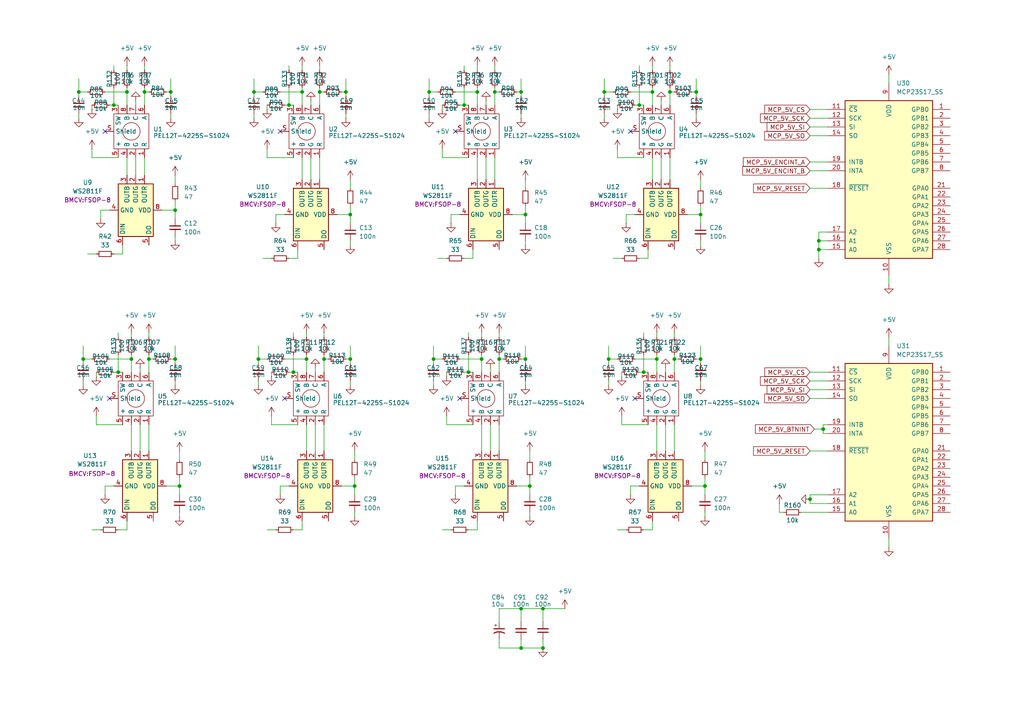
<source format=kicad_sch>
(kicad_sch (version 20231120) (generator "eeschema") (generator_version "8.0")
  (paper "A4")
  (junction (at 157.48 176.53))
  (junction (at 186.69 107.95))
  (junction (at 185.42 30.48))
  (junction (at 151.13 176.53))
  (junction (at 151.13 187.96))
  (junction (at 189.23 26.67))
  (junction (at 87.63 26.67))
  (junction (at 143.51 26.67))
  (junction (at 135.89 107.95))
  (junction (at 101.6 62.23))
  (junction (at 144.78 104.14))
  (junction (at 36.83 26.67))
  (junction (at 34.29 107.95))
  (junction (at 139.7 104.14))
  (junction (at 93.98 104.14))
  (junction (at 237.49 72.39))
  (junction (at 101.6 104.14))
  (junction (at 194.31 26.67))
  (junction (at 201.93 26.67))
  (junction (at 203.2 104.14))
  (junction (at 22.86 26.67))
  (junction (at 83.82 30.48))
  (junction (at 153.67 140.97))
  (junction (at 190.5 104.14))
  (junction (at 204.47 140.97))
  (junction (at 49.53 26.67))
  (junction (at 74.93 104.14))
  (junction (at 125.73 104.14))
  (junction (at 175.26 26.67))
  (junction (at 238.76 124.46))
  (junction (at 85.09 107.95))
  (junction (at 50.8 60.96))
  (junction (at 38.1 104.14))
  (junction (at 92.71 26.67))
  (junction (at 73.66 26.67))
  (junction (at 41.91 26.67))
  (junction (at 52.07 140.97))
  (junction (at 157.48 187.96))
  (junction (at 203.2 62.23))
  (junction (at 176.53 104.14))
  (junction (at 152.4 62.23))
  (junction (at 102.87 140.97))
  (junction (at 152.4 104.14))
  (junction (at 151.13 26.67))
  (junction (at 134.62 30.48))
  (junction (at 33.02 30.48))
  (junction (at 124.46 26.67))
  (junction (at 237.49 69.85))
  (junction (at 138.43 26.67))
  (junction (at 100.33 26.67))
  (junction (at 43.18 104.14))
  (junction (at 195.58 104.14))
  (junction (at 24.13 104.14))
  (junction (at 234.95 144.78))
  (junction (at 88.9 104.14))
  (junction (at 50.8 104.14))
  (no_connect (at 30.48 38.1))
  (no_connect (at 132.08 38.1))
  (no_connect (at 31.75 115.57))
  (no_connect (at 81.28 38.1))
  (no_connect (at 182.88 38.1))
  (no_connect (at 184.15 115.57))
  (no_connect (at 82.55 115.57))
  (no_connect (at 133.35 115.57))
  (wire (pts (xy 43.18 104.14) (xy 43.18 107.95)))
  (wire (pts (xy 149.86 140.97) (xy 153.67 140.97)))
  (wire (pts (xy 194.31 45.72) (xy 194.31 52.07)))
  (wire (pts (xy 175.26 26.67) (xy 175.26 27.94)))
  (wire (pts (xy 137.16 74.93) (xy 137.16 72.39)))
  (wire (pts (xy 204.47 138.43) (xy 204.47 140.97)))
  (wire (pts (xy 190.5 102.87) (xy 190.5 104.14)))
  (wire (pts (xy 92.71 20.32) (xy 92.71 19.05)))
  (wire (pts (xy 33.02 107.95) (xy 34.29 107.95)))
  (wire (pts (xy 182.88 140.97) (xy 185.42 140.97)))
  (wire (pts (xy 50.8 68.58) (xy 50.8 69.85)))
  (wire (pts (xy 85.09 153.67) (xy 87.63 153.67)))
  (wire (pts (xy 102.87 148.59) (xy 102.87 149.86)))
  (wire (pts (xy 185.42 25.4) (xy 185.42 30.48)))
  (wire (pts (xy 41.91 45.72) (xy 41.91 50.8)))
  (wire (pts (xy 240.03 67.31) (xy 237.49 67.31)))
  (wire (pts (xy 234.95 36.83) (xy 240.03 36.83)))
  (wire (pts (xy 234.95 54.61) (xy 240.03 54.61)))
  (wire (pts (xy 128.27 45.72) (xy 135.89 45.72)))
  (wire (pts (xy 138.43 20.32) (xy 138.43 19.05)))
  (wire (pts (xy 196.85 104.14) (xy 195.58 104.14)))
  (wire (pts (xy 49.53 33.02) (xy 49.53 34.29)))
  (wire (pts (xy 144.78 123.19) (xy 144.78 130.81)))
  (wire (pts (xy 30.48 140.97) (xy 33.02 140.97)))
  (wire (pts (xy 83.82 74.93) (xy 86.36 74.93)))
  (wire (pts (xy 24.13 104.14) (xy 24.13 105.41)))
  (wire (pts (xy 33.02 25.4) (xy 33.02 30.48)))
  (wire (pts (xy 92.71 25.4) (xy 92.71 26.67)))
  (wire (pts (xy 44.45 104.14) (xy 43.18 104.14)))
  (wire (pts (xy 193.04 107.95) (xy 193.04 106.68)))
  (wire (pts (xy 194.31 25.4) (xy 194.31 26.67)))
  (wire (pts (xy 97.79 62.23) (xy 101.6 62.23)))
  (wire (pts (xy 134.62 19.05) (xy 134.62 20.32)))
  (wire (pts (xy 82.55 30.48) (xy 83.82 30.48)))
  (wire (pts (xy 27.94 120.65) (xy 27.94 123.19)))
  (wire (pts (xy 185.42 19.05) (xy 185.42 20.32)))
  (wire (pts (xy 144.78 185.42) (xy 144.78 187.96)))
  (wire (pts (xy 135.89 96.52) (xy 135.89 97.79)))
  (wire (pts (xy 195.58 102.87) (xy 195.58 104.14)))
  (wire (pts (xy 52.07 148.59) (xy 52.07 149.86)))
  (wire (pts (xy 175.26 22.86) (xy 175.26 26.67)))
  (wire (pts (xy 101.6 110.49) (xy 101.6 111.76)))
  (wire (pts (xy 129.54 120.65) (xy 129.54 123.19)))
  (wire (pts (xy 139.7 104.14) (xy 139.7 107.95)))
  (wire (pts (xy 134.62 74.93) (xy 137.16 74.93)))
  (wire (pts (xy 226.06 146.05) (xy 226.06 148.59)))
  (wire (pts (xy 204.47 130.81) (xy 204.47 133.35)))
  (wire (pts (xy 177.8 26.67) (xy 175.26 26.67)))
  (wire (pts (xy 194.31 26.67) (xy 194.31 30.48)))
  (wire (pts (xy 124.46 26.67) (xy 124.46 27.94)))
  (wire (pts (xy 29.21 60.96) (xy 31.75 60.96)))
  (wire (pts (xy 92.71 45.72) (xy 92.71 52.07)))
  (wire (pts (xy 152.4 100.33) (xy 152.4 104.14)))
  (wire (pts (xy 88.9 102.87) (xy 88.9 104.14)))
  (wire (pts (xy 83.82 30.48) (xy 85.09 30.48)))
  (wire (pts (xy 185.42 107.95) (xy 186.69 107.95)))
  (wire (pts (xy 43.18 26.67) (xy 41.91 26.67)))
  (wire (pts (xy 234.95 31.75) (xy 240.03 31.75)))
  (wire (pts (xy 144.78 26.67) (xy 143.51 26.67)))
  (wire (pts (xy 43.18 102.87) (xy 43.18 104.14)))
  (wire (pts (xy 152.4 52.07) (xy 152.4 54.61)))
  (wire (pts (xy 157.48 176.53) (xy 157.48 180.34)))
  (wire (pts (xy 73.66 26.67) (xy 73.66 27.94)))
  (wire (pts (xy 124.46 33.02) (xy 124.46 34.29)))
  (wire (pts (xy 81.28 143.51) (xy 81.28 140.97)))
  (wire (pts (xy 153.67 148.59) (xy 153.67 149.86)))
  (wire (pts (xy 93.98 123.19) (xy 93.98 130.81)))
  (wire (pts (xy 134.62 30.48) (xy 135.89 30.48)))
  (wire (pts (xy 151.13 176.53) (xy 151.13 180.34)))
  (wire (pts (xy 193.04 123.19) (xy 193.04 130.81)))
  (wire (pts (xy 140.97 30.48) (xy 140.97 29.21)))
  (wire (pts (xy 22.86 33.02) (xy 22.86 34.29)))
  (wire (pts (xy 237.49 72.39) (xy 237.49 74.93)))
  (wire (pts (xy 25.4 73.66) (xy 27.94 73.66)))
  (wire (pts (xy 26.67 30.48) (xy 26.67 31.75)))
  (wire (pts (xy 189.23 20.32) (xy 189.23 19.05)))
  (wire (pts (xy 101.6 52.07) (xy 101.6 54.61)))
  (wire (pts (xy 49.53 104.14) (xy 50.8 104.14)))
  (wire (pts (xy 144.78 187.96) (xy 151.13 187.96)))
  (wire (pts (xy 201.93 22.86) (xy 201.93 26.67)))
  (wire (pts (xy 143.51 20.32) (xy 143.51 19.05)))
  (wire (pts (xy 102.87 140.97) (xy 102.87 143.51)))
  (wire (pts (xy 27.94 123.19) (xy 35.56 123.19)))
  (wire (pts (xy 138.43 25.4) (xy 138.43 26.67)))
  (wire (pts (xy 93.98 104.14) (xy 93.98 107.95)))
  (wire (pts (xy 149.86 26.67) (xy 151.13 26.67)))
  (wire (pts (xy 177.8 74.93) (xy 180.34 74.93)))
  (wire (pts (xy 133.35 30.48) (xy 134.62 30.48)))
  (wire (pts (xy 40.64 123.19) (xy 40.64 130.81)))
  (wire (pts (xy 125.73 100.33) (xy 125.73 104.14)))
  (wire (pts (xy 257.81 80.01) (xy 257.81 82.55)))
  (wire (pts (xy 90.17 45.72) (xy 90.17 52.07)))
  (wire (pts (xy 234.95 146.05) (xy 240.03 146.05)))
  (wire (pts (xy 195.58 123.19) (xy 195.58 130.81)))
  (wire (pts (xy 138.43 45.72) (xy 138.43 52.07)))
  (wire (pts (xy 22.86 26.67) (xy 22.86 27.94)))
  (wire (pts (xy 78.74 120.65) (xy 78.74 123.19)))
  (wire (pts (xy 83.82 107.95) (xy 85.09 107.95)))
  (wire (pts (xy 101.6 69.85) (xy 101.6 71.12)))
  (wire (pts (xy 124.46 22.86) (xy 124.46 26.67)))
  (wire (pts (xy 78.74 123.19) (xy 86.36 123.19)))
  (wire (pts (xy 180.34 120.65) (xy 180.34 123.19)))
  (wire (pts (xy 195.58 97.79) (xy 195.58 96.52)))
  (wire (pts (xy 240.03 123.19) (xy 238.76 123.19)))
  (wire (pts (xy 34.29 102.87) (xy 34.29 107.95)))
  (wire (pts (xy 77.47 43.18) (xy 77.47 45.72)))
  (wire (pts (xy 151.13 22.86) (xy 151.13 26.67)))
  (wire (pts (xy 189.23 153.67) (xy 189.23 151.13)))
  (wire (pts (xy 203.2 59.69) (xy 203.2 62.23)))
  (wire (pts (xy 234.95 34.29) (xy 240.03 34.29)))
  (wire (pts (xy 52.07 138.43) (xy 52.07 140.97)))
  (wire (pts (xy 234.95 143.51) (xy 240.03 143.51)))
  (wire (pts (xy 182.88 143.51) (xy 182.88 140.97)))
  (wire (pts (xy 73.66 33.02) (xy 73.66 34.29)))
  (wire (pts (xy 39.37 45.72) (xy 39.37 50.8)))
  (wire (pts (xy 176.53 104.14) (xy 176.53 105.41)))
  (wire (pts (xy 125.73 104.14) (xy 125.73 105.41)))
  (wire (pts (xy 92.71 26.67) (xy 92.71 30.48)))
  (wire (pts (xy 138.43 153.67) (xy 138.43 151.13)))
  (wire (pts (xy 186.69 107.95) (xy 187.96 107.95)))
  (wire (pts (xy 257.81 156.21) (xy 257.81 158.75)))
  (wire (pts (xy 34.29 153.67) (xy 36.83 153.67)))
  (wire (pts (xy 87.63 20.32) (xy 87.63 19.05)))
  (wire (pts (xy 100.33 104.14) (xy 101.6 104.14)))
  (wire (pts (xy 48.26 140.97) (xy 52.07 140.97)))
  (wire (pts (xy 50.8 60.96) (xy 50.8 63.5)))
  (wire (pts (xy 93.98 102.87) (xy 93.98 104.14)))
  (wire (pts (xy 93.98 97.79) (xy 93.98 96.52)))
  (wire (pts (xy 74.93 104.14) (xy 74.93 105.41)))
  (wire (pts (xy 146.05 104.14) (xy 144.78 104.14)))
  (wire (pts (xy 195.58 104.14) (xy 195.58 107.95)))
  (wire (pts (xy 203.2 100.33) (xy 203.2 104.14)))
  (wire (pts (xy 190.5 123.19) (xy 190.5 130.81)))
  (wire (pts (xy 134.62 107.95) (xy 135.89 107.95)))
  (wire (pts (xy 87.63 153.67) (xy 87.63 151.13)))
  (wire (pts (xy 102.87 130.81) (xy 102.87 133.35)))
  (wire (pts (xy 87.63 45.72) (xy 87.63 52.07)))
  (wire (pts (xy 234.95 130.81) (xy 240.03 130.81)))
  (wire (pts (xy 234.95 46.99) (xy 240.03 46.99)))
  (wire (pts (xy 151.13 33.02) (xy 151.13 34.29)))
  (wire (pts (xy 190.5 104.14) (xy 190.5 107.95)))
  (wire (pts (xy 234.95 115.57) (xy 240.03 115.57)))
  (wire (pts (xy 128.27 153.67) (xy 130.81 153.67)))
  (wire (pts (xy 189.23 26.67) (xy 189.23 30.48)))
  (wire (pts (xy 130.81 62.23) (xy 133.35 62.23)))
  (wire (pts (xy 153.67 138.43) (xy 153.67 140.97)))
  (wire (pts (xy 184.15 30.48) (xy 185.42 30.48)))
  (wire (pts (xy 195.58 26.67) (xy 194.31 26.67)))
  (wire (pts (xy 189.23 25.4) (xy 189.23 26.67)))
  (wire (pts (xy 34.29 96.52) (xy 34.29 97.79)))
  (wire (pts (xy 135.89 102.87) (xy 135.89 107.95)))
  (wire (pts (xy 50.8 58.42) (xy 50.8 60.96)))
  (wire (pts (xy 153.67 140.97) (xy 153.67 143.51)))
  (wire (pts (xy 36.83 20.32) (xy 36.83 19.05)))
  (wire (pts (xy 50.8 50.8) (xy 50.8 53.34)))
  (wire (pts (xy 81.28 26.67) (xy 87.63 26.67)))
  (wire (pts (xy 152.4 104.14) (xy 152.4 105.41)))
  (wire (pts (xy 181.61 64.77) (xy 181.61 62.23)))
  (wire (pts (xy 138.43 26.67) (xy 138.43 30.48)))
  (wire (pts (xy 142.24 123.19) (xy 142.24 130.81)))
  (wire (pts (xy 140.97 45.72) (xy 140.97 52.07)))
  (wire (pts (xy 199.39 62.23) (xy 203.2 62.23)))
  (wire (pts (xy 204.47 140.97) (xy 204.47 143.51)))
  (wire (pts (xy 232.41 148.59) (xy 240.03 148.59)))
  (wire (pts (xy 90.17 30.48) (xy 90.17 29.21)))
  (wire (pts (xy 190.5 97.79) (xy 190.5 96.52)))
  (wire (pts (xy 234.95 113.03) (xy 240.03 113.03)))
  (wire (pts (xy 234.95 107.95) (xy 240.03 107.95)))
  (wire (pts (xy 203.2 110.49) (xy 203.2 111.76)))
  (wire (pts (xy 237.49 69.85) (xy 240.03 69.85)))
  (wire (pts (xy 41.91 26.67) (xy 41.91 30.48)))
  (wire (pts (xy 152.4 59.69) (xy 152.4 62.23)))
  (wire (pts (xy 151.13 185.42) (xy 151.13 187.96)))
  (wire (pts (xy 257.81 97.79) (xy 257.81 100.33)))
  (wire (pts (xy 186.69 102.87) (xy 186.69 107.95)))
  (wire (pts (xy 93.98 26.67) (xy 92.71 26.67)))
  (wire (pts (xy 74.93 100.33) (xy 74.93 104.14)))
  (wire (pts (xy 85.09 102.87) (xy 85.09 107.95)))
  (wire (pts (xy 77.47 104.14) (xy 74.93 104.14)))
  (wire (pts (xy 201.93 33.02) (xy 201.93 34.29)))
  (wire (pts (xy 100.33 33.02) (xy 100.33 34.29)))
  (wire (pts (xy 185.42 74.93) (xy 187.96 74.93)))
  (wire (pts (xy 152.4 110.49) (xy 152.4 111.76)))
  (wire (pts (xy 148.59 62.23) (xy 152.4 62.23)))
  (wire (pts (xy 152.4 69.85) (xy 152.4 71.12)))
  (wire (pts (xy 129.54 123.19) (xy 137.16 123.19)))
  (wire (pts (xy 36.83 26.67) (xy 36.83 30.48)))
  (wire (pts (xy 157.48 176.53) (xy 163.83 176.53)))
  (wire (pts (xy 144.78 97.79) (xy 144.78 96.52)))
  (wire (pts (xy 128.27 104.14) (xy 125.73 104.14)))
  (wire (pts (xy 139.7 97.79) (xy 139.7 96.52)))
  (wire (pts (xy 133.35 104.14) (xy 139.7 104.14)))
  (wire (pts (xy 30.48 26.67) (xy 36.83 26.67)))
  (wire (pts (xy 83.82 25.4) (xy 83.82 30.48)))
  (wire (pts (xy 175.26 33.02) (xy 175.26 34.29)))
  (wire (pts (xy 187.96 74.93) (xy 187.96 72.39)))
  (wire (pts (xy 238.76 125.73) (xy 240.03 125.73)))
  (wire (pts (xy 144.78 104.14) (xy 144.78 107.95)))
  (wire (pts (xy 237.49 67.31) (xy 237.49 69.85)))
  (wire (pts (xy 152.4 62.23) (xy 152.4 64.77)))
  (wire (pts (xy 36.83 153.67) (xy 36.83 151.13)))
  (wire (pts (xy 203.2 52.07) (xy 203.2 54.61)))
  (wire (pts (xy 24.13 110.49) (xy 24.13 111.76)))
  (wire (pts (xy 144.78 176.53) (xy 151.13 176.53)))
  (wire (pts (xy 234.95 39.37) (xy 240.03 39.37)))
  (wire (pts (xy 132.08 140.97) (xy 134.62 140.97)))
  (wire (pts (xy 24.13 100.33) (xy 24.13 104.14)))
  (wire (pts (xy 176.53 110.49) (xy 176.53 111.76)))
  (wire (pts (xy 33.02 19.05) (xy 33.02 20.32)))
  (wire (pts (xy 80.01 64.77) (xy 80.01 62.23)))
  (wire (pts (xy 50.8 100.33) (xy 50.8 104.14)))
  (wire (pts (xy 26.67 45.72) (xy 34.29 45.72)))
  (wire (pts (xy 29.21 63.5) (xy 29.21 60.96)))
  (wire (pts (xy 26.67 153.67) (xy 29.21 153.67)))
  (wire (pts (xy 82.55 104.14) (xy 88.9 104.14)))
  (wire (pts (xy 153.67 130.81) (xy 153.67 133.35)))
  (wire (pts (xy 201.93 104.14) (xy 203.2 104.14)))
  (wire (pts (xy 88.9 123.19) (xy 88.9 130.81)))
  (wire (pts (xy 238.76 123.19) (xy 238.76 124.46)))
  (wire (pts (xy 200.66 140.97) (xy 204.47 140.97)))
  (wire (pts (xy 234.95 146.05) (xy 234.95 144.78)))
  (wire (pts (xy 81.28 140.97) (xy 83.82 140.97)))
  (wire (pts (xy 179.07 43.18) (xy 179.07 45.72)))
  (wire (pts (xy 46.99 60.96) (xy 50.8 60.96)))
  (wire (pts (xy 201.93 26.67) (xy 201.93 27.94)))
  (wire (pts (xy 88.9 97.79) (xy 88.9 96.52)))
  (wire (pts (xy 50.8 104.14) (xy 50.8 105.41)))
  (wire (pts (xy 52.07 140.97) (xy 52.07 143.51)))
  (wire (pts (xy 135.89 107.95) (xy 137.16 107.95)))
  (wire (pts (xy 26.67 43.18) (xy 26.67 45.72)))
  (wire (pts (xy 180.34 107.95) (xy 180.34 109.22)))
  (wire (pts (xy 179.07 45.72) (xy 186.69 45.72)))
  (wire (pts (xy 102.87 138.43) (xy 102.87 140.97)))
  (wire (pts (xy 151.13 26.67) (xy 151.13 27.94)))
  (wire (pts (xy 132.08 26.67) (xy 138.43 26.67)))
  (wire (pts (xy 38.1 97.79) (xy 38.1 96.52)))
  (wire (pts (xy 52.07 130.81) (xy 52.07 133.35)))
  (wire (pts (xy 100.33 26.67) (xy 100.33 27.94)))
  (wire (pts (xy 184.15 104.14) (xy 190.5 104.14)))
  (wire (pts (xy 237.49 69.85) (xy 237.49 72.39)))
  (wire (pts (xy 33.02 73.66) (xy 35.56 73.66)))
  (wire (pts (xy 191.77 30.48) (xy 191.77 29.21)))
  (wire (pts (xy 40.64 107.95) (xy 40.64 106.68)))
  (wire (pts (xy 151.13 187.96) (xy 157.48 187.96)))
  (wire (pts (xy 85.09 96.52) (xy 85.09 97.79)))
  (wire (pts (xy 144.78 102.87) (xy 144.78 104.14)))
  (wire (pts (xy 49.53 26.67) (xy 49.53 27.94)))
  (wire (pts (xy 22.86 22.86) (xy 22.86 26.67)))
  (wire (pts (xy 130.81 64.77) (xy 130.81 62.23)))
  (wire (pts (xy 33.02 30.48) (xy 34.29 30.48)))
  (wire (pts (xy 43.18 123.19) (xy 43.18 130.81)))
  (wire (pts (xy 132.08 143.51) (xy 132.08 140.97)))
  (wire (pts (xy 101.6 104.14) (xy 101.6 105.41)))
  (wire (pts (xy 36.83 25.4) (xy 36.83 26.67)))
  (wire (pts (xy 139.7 102.87) (xy 139.7 104.14)))
  (wire (pts (xy 179.07 153.67) (xy 181.61 153.67)))
  (wire (pts (xy 128.27 43.18) (xy 128.27 45.72)))
  (wire (pts (xy 78.74 107.95) (xy 78.74 109.22)))
  (wire (pts (xy 101.6 62.23) (xy 101.6 64.77)))
  (wire (pts (xy 203.2 69.85) (xy 203.2 71.12)))
  (wire (pts (xy 234.95 110.49) (xy 240.03 110.49)))
  (wire (pts (xy 203.2 104.14) (xy 203.2 105.41)))
  (wire (pts (xy 185.42 30.48) (xy 186.69 30.48)))
  (wire (pts (xy 135.89 153.67) (xy 138.43 153.67)))
  (wire (pts (xy 49.53 22.86) (xy 49.53 26.67)))
  (wire (pts (xy 143.51 45.72) (xy 143.51 52.07)))
  (wire (pts (xy 87.63 25.4) (xy 87.63 26.67)))
  (wire (pts (xy 143.51 26.67) (xy 143.51 30.48)))
  (wire (pts (xy 143.51 25.4) (xy 143.51 26.67)))
  (wire (pts (xy 128.27 30.48) (xy 128.27 31.75)))
  (wire (pts (xy 27.94 107.95) (xy 27.94 109.22)))
  (wire (pts (xy 200.66 26.67) (xy 201.93 26.67)))
  (wire (pts (xy 129.54 107.95) (xy 129.54 109.22)))
  (wire (pts (xy 31.75 30.48) (xy 33.02 30.48)))
  (wire (pts (xy 35.56 73.66) (xy 35.56 71.12)))
  (wire (pts (xy 86.36 74.93) (xy 86.36 72.39)))
  (wire (pts (xy 41.91 20.32) (xy 41.91 19.05)))
  (wire (pts (xy 25.4 26.67) (xy 22.86 26.67)))
  (wire (pts (xy 125.73 110.49) (xy 125.73 111.76)))
  (wire (pts (xy 176.53 100.33) (xy 176.53 104.14)))
  (wire (pts (xy 182.88 26.67) (xy 189.23 26.67)))
  (wire (pts (xy 43.18 97.79) (xy 43.18 96.52)))
  (wire (pts (xy 101.6 100.33) (xy 101.6 104.14)))
  (wire (pts (xy 95.25 104.14) (xy 93.98 104.14)))
  (wire (pts (xy 76.2 74.93) (xy 78.74 74.93)))
  (wire (pts (xy 88.9 104.14) (xy 88.9 107.95)))
  (wire (pts (xy 238.76 124.46) (xy 238.76 125.73)))
  (wire (pts (xy 151.13 176.53) (xy 157.48 176.53)))
  (wire (pts (xy 39.37 30.48) (xy 39.37 29.21)))
  (wire (pts (xy 101.6 59.69) (xy 101.6 62.23)))
  (wire (pts (xy 181.61 62.23) (xy 184.15 62.23)))
  (wire (pts (xy 36.83 45.72) (xy 36.83 50.8)))
  (wire (pts (xy 144.78 176.53) (xy 144.78 180.34)))
  (wire (pts (xy 236.22 124.46) (xy 238.76 124.46)))
  (wire (pts (xy 80.01 62.23) (xy 82.55 62.23)))
  (wire (pts (xy 157.48 185.42) (xy 157.48 187.96)))
  (wire (pts (xy 41.91 25.4) (xy 41.91 26.67)))
  (wire (pts (xy 99.06 140.97) (xy 102.87 140.97)))
  (wire (pts (xy 139.7 123.19) (xy 139.7 130.81)))
  (wire (pts (xy 179.07 30.48) (xy 179.07 31.75)))
  (wire (pts (xy 50.8 110.49) (xy 50.8 111.76)))
  (wire (pts (xy 127 74.93) (xy 129.54 74.93)))
  (wire (pts (xy 186.69 153.67) (xy 189.23 153.67)))
  (wire (pts (xy 204.47 148.59) (xy 204.47 149.86)))
  (wire (pts (xy 30.48 143.51) (xy 30.48 140.97)))
  (wire (pts (xy 234.95 144.78) (xy 234.95 143.51)))
  (wire (pts (xy 77.47 30.48) (xy 77.47 31.75)))
  (wire (pts (xy 203.2 62.23) (xy 203.2 64.77)))
  (wire (pts (xy 179.07 104.14) (xy 176.53 104.14)))
  (wire (pts (xy 240.03 72.39) (xy 237.49 72.39)))
  (wire (pts (xy 91.44 123.19) (xy 91.44 130.81)))
  (wire (pts (xy 38.1 104.14) (xy 38.1 107.95)))
  (wire (pts (xy 87.63 26.67) (xy 87.63 30.48)))
  (wire (pts (xy 226.06 148.59) (xy 227.33 148.59)))
  (wire (pts (xy 77.47 153.67) (xy 80.01 153.67)))
  (wire (pts (xy 85.09 107.95) (xy 86.36 107.95)))
  (wire (pts (xy 26.67 104.14) (xy 24.13 104.14)))
  (wire (pts (xy 191.77 45.72) (xy 191.77 52.07)))
  (wire (pts (xy 38.1 102.87) (xy 38.1 104.14)))
  (wire (pts (xy 34.29 107.95) (xy 35.56 107.95)))
  (wire (pts (xy 127 26.67) (xy 124.46 26.67)))
  (wire (pts (xy 74.93 110.49) (xy 74.93 111.76)))
  (wire (pts (xy 83.82 19.05) (xy 83.82 20.32)))
  (wire (pts (xy 76.2 26.67) (xy 73.66 26.67)))
  (wire (pts (xy 151.13 104.14) (xy 152.4 104.14)))
  (wire (pts (xy 257.81 21.59) (xy 257.81 24.13)))
  (wire (pts (xy 180.34 123.19) (xy 187.96 123.19)))
  (wire (pts (xy 31.75 104.14) (xy 38.1 104.14)))
  (wire (pts (xy 142.24 107.95) (xy 142.24 106.68)))
  (wire (pts (xy 189.23 45.72) (xy 189.23 52.07)))
  (wire (pts (xy 234.95 49.53) (xy 240.03 49.53)))
  (wire (pts (xy 91.44 107.95) (xy 91.44 106.68)))
  (wire (pts (xy 100.33 22.86) (xy 100.33 26.67)))
  (wire (pts (xy 77.47 45.72) (xy 85.09 45.72)))
  (wire (pts (xy 186.69 96.52) (xy 186.69 97.79)))
  (wire (pts (xy 48.26 26.67) (xy 49.53 26.67)))
  (wire (pts (xy 38.1 123.19) (xy 38.1 130.81)))
  (wire (pts (xy 194.31 20.32) (xy 194.31 19.05)))
  (wire (pts (xy 73.66 22.86) (xy 73.66 26.67)))
  (wire (pts (xy 134.62 25.4) (xy 134.62 30.48)))
  (wire (pts (xy 99.06 26.67) (xy 100.33 26.67)))
  (global_label "MCP_5V_SO" (shape input) (at 234.95 39.37 180) (property "Intersheetrefs" "${INTERSHEET_REFS}" (effects (hide yes))))
  (global_label "MCP_5V_SO" (shape input) (at 234.95 115.57 180) (property "Intersheetrefs" "${INTERSHEET_REFS}" (effects (hide yes))))
  (global_label "MCP_5V_ENCINT_B" (shape input) (at 234.95 49.53 180) (property "Intersheetrefs" "${INTERSHEET_REFS}" (effects (hide yes))))
  (global_label "MCP_5V_RESET" (shape input) (at 234.95 54.61 180) (property "Intersheetrefs" "${INTERSHEET_REFS}" (effects (hide yes))))
  (global_label "MCP_5V_SCK" (shape input) (at 234.95 34.29 180) (property "Intersheetrefs" "${INTERSHEET_REFS}" (effects (hide yes))))
  (global_label "MCP_5V_CS" (shape input) (at 234.95 31.75 180) (property "Intersheetrefs" "${INTERSHEET_REFS}" (effects (hide yes))))
  (global_label "MCP_5V_SI" (shape input) (at 234.95 113.03 180) (property "Intersheetrefs" "${INTERSHEET_REFS}" (effects (hide yes))))
  (global_label "MCP_5V_CS" (shape input) (at 234.95 107.95 180) (property "Intersheetrefs" "${INTERSHEET_REFS}" (effects (hide yes))))
  (global_label "MCP_5V_BTNINT" (shape input) (at 236.22 124.46 180) (property "Intersheetrefs" "${INTERSHEET_REFS}" (effects (hide yes))))
  (global_label "MCP_5V_RESET" (shape input) (at 234.95 130.81 180) (property "Intersheetrefs" "${INTERSHEET_REFS}" (effects (hide yes))))
  (global_label "MCP_5V_SI" (shape input) (at 234.95 36.83 180) (property "Intersheetrefs" "${INTERSHEET_REFS}" (effects (hide yes))))
  (global_label "MCP_5V_SCK" (shape input) (at 234.95 110.49 180) (property "Intersheetrefs" "${INTERSHEET_REFS}" (effects (hide yes))))
  (global_label "MCP_5V_ENCINT_A" (shape input) (at 234.95 46.99 180) (property "Intersheetrefs" "${INTERSHEET_REFS}" (effects (hide yes))))
  (symbol (lib_id "Device:C_Small") (at 73.66 30.48 0) (unit 1)
    (property "Reference" "C47" (at 71.628 29.21 0) (effects (justify left)))
    (property "Value" "10n" (at 71.882 31.242 0) (effects (justify left)))
    (property "Footprint" "Capacitor_SMD:C_0402_1005Metric" (effects (hide yes)))
    (property "Description" "Unpolarized capacitor, small symbol" (effects (hide yes)))
  )
  (symbol (lib_id "Device:C_Small") (at 50.8 107.95 0) (unit 1)
    (property "Reference" "C58" (at 49.022 106.68 0) (effects (justify left)))
    (property "Value" "10n" (at 49.022 108.712 0) (effects (justify left)))
    (property "Footprint" "Capacitor_SMD:C_0402_1005Metric" (effects (hide yes)))
    (property "Description" "Unpolarized capacitor, small symbol" (effects (hide yes)))
  )
  (symbol (lib_id "power:+5V") (at 93.98 96.52 0) (unit 1)
    (property "Reference" "#PWR0198" (effects (hide yes)))
    (property "Value" "+5V" (at 93.98 91.44 0))
    (property "Description" "Power symbol creates a global label with name \"+5V\"" (effects (hide yes)))
  )
  (symbol (lib_id "power:+5V") (at 27.94 120.65 0) (unit 1)
    (property "Reference" "#PWR0161" (effects (hide yes)))
    (property "Value" "+5V" (at 27.94 115.57 0))
    (property "Description" "Power symbol creates a global label with name \"+5V\"" (effects (hide yes)))
  )
  (symbol (lib_id "Device:R_Small") (at 152.4 57.15 180) (unit 1)
    (property "Reference" "R45" (at 154.94 55.8799 0) (effects (justify right)))
    (property "Value" "47" (at 154.94 58.4199 0) (effects (justify right)))
    (property "Footprint" "Resistor_SMD:R_0402_1005Metric" (effects (hide yes)))
    (property "Description" "Resistor, small symbol" (effects (hide yes)))
  )
  (symbol (lib_id "power:GND") (at 30.48 143.51 0) (unit 1)
    (property "Reference" "#PWR099" (effects (hide yes)))
    (property "Value" "GND" (effects (hide yes)))
    (property "Description" "Power symbol creates a global label with name \"GND\" , ground" (effects (hide yes)))
  )
  (symbol (lib_id "power:+5V") (at 163.83 176.53 0) (unit 1)
    (property "Reference" "#PWR0270" (effects (hide yes)))
    (property "Value" "+5V" (at 163.83 171.45 0))
    (property "Description" "Power symbol creates a global label with name \"+5V\"" (effects (hide yes)))
  )
  (symbol (lib_id "BMCV:EC12PLRGBSDVBF") (at 39.37 115.57 180) (unit 1)
    (property "Reference" "U5" (at 45.72 114.9349 0) (effects (justify right)))
    (property "Value" "PEL12T-4225S-S1024" (at 45.72 116.84 0) (effects (justify right)))
    (property "Footprint" "BMCV:PEL12T-4xxxS-S1024" (effects (hide yes)))
  )
  (symbol (lib_id "BMCV:EC12PLRGBSDVBF") (at 191.77 115.57 180) (unit 1)
    (property "Reference" "U8" (at 198.12 114.9349 0) (effects (justify right)))
    (property "Value" "PEL12T-4225S-S1024" (at 198.12 116.84 0) (effects (justify right)))
    (property "Footprint" "BMCV:PEL12T-4xxxS-S1024" (effects (hide yes)))
  )
  (symbol (lib_id "Device:C_Small") (at 152.4 107.95 0) (unit 1)
    (property "Reference" "C64" (at 150.622 106.68 0) (effects (justify left)))
    (property "Value" "10n" (at 150.622 108.712 0) (effects (justify left)))
    (property "Footprint" "Capacitor_SMD:C_0402_1005Metric" (effects (hide yes)))
    (property "Description" "Unpolarized capacitor, small symbol" (effects (hide yes)))
  )
  (symbol (lib_id "power:GND") (at 201.93 34.29 0) (unit 1)
    (property "Reference" "#PWR0189" (effects (hide yes)))
    (property "Value" "GND" (effects (hide yes)))
    (property "Description" "Power symbol creates a global label with name \"GND\" , ground" (effects (hide yes)))
  )
  (symbol (lib_id "Device:C_Small") (at 201.93 30.48 0) (unit 1)
    (property "Reference" "C55" (at 200.152 29.21 0) (effects (justify left)))
    (property "Value" "10n" (at 200.152 31.242 0) (effects (justify left)))
    (property "Footprint" "Capacitor_SMD:C_0402_1005Metric" (effects (hide yes)))
    (property "Description" "Unpolarized capacitor, small symbol" (effects (hide yes)))
  )
  (symbol (lib_id "Device:R_Small") (at 78.74 26.67 90) (unit 1)
    (property "Reference" "R89" (at 78.74 25.908 90))
    (property "Value" "10k" (at 78.74 27.686 90))
    (property "Footprint" "Resistor_SMD:R_0402_1005Metric" (effects (hide yes)))
    (property "Description" "Resistor, small symbol" (effects (hide yes)))
  )
  (symbol (lib_id "BMCV:EC12PLRGBSDVBF") (at 190.5 38.1 180) (unit 1)
    (property "Reference" "U4" (at 196.85 37.4649 0) (effects (justify right)))
    (property "Value" "PEL12T-4225S-S1024" (at 196.85 39.37 0) (effects (justify right)))
    (property "Footprint" "BMCV:PEL12T-4xxxS-S1024" (effects (hide yes)))
  )
  (symbol (lib_id "Device:R_Small") (at 80.01 30.48 90) (unit 1)
    (property "Reference" "R90" (at 80.01 29.718 90))
    (property "Value" "10k" (at 80.01 31.496 90))
    (property "Footprint" "Resistor_SMD:R_0402_1005Metric" (effects (hide yes)))
    (property "Description" "Resistor, small symbol" (effects (hide yes)))
  )
  (symbol (lib_id "Device:R_Small") (at 29.21 104.14 90) (unit 1)
    (property "Reference" "R104" (at 29.21 103.378 90))
    (property "Value" "10k" (at 29.21 105.156 90))
    (property "Footprint" "Resistor_SMD:R_0402_1005Metric" (effects (hide yes)))
    (property "Description" "Resistor, small symbol" (effects (hide yes)))
  )
  (symbol (lib_id "power:+5V") (at 128.27 43.18 0) (unit 1)
    (property "Reference" "#PWR0156" (effects (hide yes)))
    (property "Value" "+5V" (at 128.27 38.1 0))
    (property "Description" "Power symbol creates a global label with name \"+5V\"" (effects (hide yes)))
  )
  (symbol (lib_id "power:+5V") (at 88.9 96.52 0) (unit 1)
    (property "Reference" "#PWR0197" (effects (hide yes)))
    (property "Value" "+5V" (at 88.9 91.44 0))
    (property "Description" "Power symbol creates a global label with name \"+5V\"" (effects (hide yes)))
  )
  (symbol (lib_id "power:GND") (at 179.07 31.75 0) (unit 1)
    (property "Reference" "#PWR0186" (effects (hide yes)))
    (property "Value" "GND" (effects (hide yes)))
    (property "Description" "Power symbol creates a global label with name \"GND\" , ground" (effects (hide yes)))
  )
  (symbol (lib_id "Device:R_Small") (at 181.61 104.14 90) (unit 1)
    (property "Reference" "R119" (at 181.61 103.378 90))
    (property "Value" "10k" (at 181.61 105.156 90))
    (property "Footprint" "Resistor_SMD:R_0402_1005Metric" (effects (hide yes)))
    (property "Description" "Resistor, small symbol" (effects (hide yes)))
  )
  (symbol (lib_id "power:GND") (at 128.27 31.75 0) (unit 1)
    (property "Reference" "#PWR0181" (effects (hide yes)))
    (property "Value" "GND" (effects (hide yes)))
    (property "Description" "Power symbol creates a global label with name \"GND\" , ground" (effects (hide yes)))
  )
  (symbol (lib_id "power:GND") (at 29.21 63.5 0) (unit 1)
    (property "Reference" "#PWR080" (effects (hide yes)))
    (property "Value" "GND" (effects (hide yes)))
    (property "Description" "Power symbol creates a global label with name \"GND\" , ground" (effects (hide yes)))
  )
  (symbol (lib_id "power:GND") (at 152.4 111.76 0) (unit 1)
    (property "Reference" "#PWR0204" (effects (hide yes)))
    (property "Value" "GND" (effects (hide yes)))
    (property "Description" "Power symbol creates a global label with name \"GND\" , ground" (effects (hide yes)))
  )
  (symbol (lib_id "Device:C_Polarized_Small_US") (at 144.78 182.88 0) (unit 1)
    (property "Reference" "C84" (at 142.494 173.228 0) (effects (justify left)))
    (property "Value" "10u" (at 142.494 175.26 0) (effects (justify left)))
    (property "Footprint" "Capacitor_Tantalum_SMD:CP_EIA-3216-18_Kemet-A" (effects (hide yes)))
    (property "Description" "C7171" (effects (hide yes)))
  )
  (symbol (lib_id "power:GND") (at 153.67 149.86 0) (unit 1)
    (property "Reference" "#PWR095" (effects (hide yes)))
    (property "Value" "GND" (effects (hide yes)))
    (property "Description" "Power symbol creates a global label with name \"GND\" , ground" (effects (hide yes)))
  )
  (symbol (lib_id "power:GND") (at 151.13 34.29 0) (unit 1)
    (property "Reference" "#PWR0184" (effects (hide yes)))
    (property "Value" "GND" (effects (hide yes)))
    (property "Description" "Power symbol creates a global label with name \"GND\" , ground" (effects (hide yes)))
  )
  (symbol (lib_id "power:GND") (at 181.61 64.77 0) (unit 1)
    (property "Reference" "#PWR087" (effects (hide yes)))
    (property "Value" "GND" (effects (hide yes)))
    (property "Description" "Power symbol creates a global label with name \"GND\" , ground" (effects (hide yes)))
  )
  (symbol (lib_id "Device:C_Small") (at 152.4 67.31 0) (unit 1)
    (property "Reference" "C18" (at 154.94 66.0462 0) (effects (justify left)))
    (property "Value" "100n" (at 154.94 68.5862 0) (effects (justify left)))
    (property "Footprint" "Capacitor_SMD:C_0402_1005Metric" (effects (hide yes)))
    (property "Description" "Unpolarized capacitor, small symbol" (effects (hide yes)))
  )
  (symbol (lib_id "Device:R_Small") (at 190.5 100.33 180) (unit 1)
    (property "Reference" "R121" (at 188.722 99.314 0) (effects (justify right)))
    (property "Value" "10k" (at 188.722 101.092 0) (effects (justify right)))
    (property "Footprint" "Resistor_SMD:R_0402_1005Metric" (effects (hide yes)))
    (property "Description" "Resistor, small symbol" (effects (hide yes)))
  )
  (symbol (lib_id "power:+5V") (at 152.4 52.07 0) (unit 1)
    (property "Reference" "#PWR085" (effects (hide yes)))
    (property "Value" "+5V" (at 152.4 46.99 0))
    (property "Description" "Power symbol creates a global label with name \"+5V\"" (effects (hide yes)))
  )
  (symbol (lib_id "Device:R_Small") (at 189.23 22.86 180) (unit 1)
    (property "Reference" "R101" (at 187.452 21.844 0) (effects (justify right)))
    (property "Value" "10k" (at 187.452 23.622 0) (effects (justify right)))
    (property "Footprint" "Resistor_SMD:R_0402_1005Metric" (effects (hide yes)))
    (property "Description" "Resistor, small symbol" (effects (hide yes)))
  )
  (symbol (lib_id "Device:R_Small") (at 88.9 100.33 180) (unit 1)
    (property "Reference" "R111" (at 87.122 99.314 0) (effects (justify right)))
    (property "Value" "10k" (at 87.122 101.092 0) (effects (justify right)))
    (property "Footprint" "Resistor_SMD:R_0402_1005Metric" (effects (hide yes)))
    (property "Description" "Resistor, small symbol" (effects (hide yes)))
  )
  (symbol (lib_id "power:GND") (at 129.54 109.22 0) (unit 1)
    (property "Reference" "#PWR0201" (effects (hide yes)))
    (property "Value" "GND" (effects (hide yes)))
    (property "Description" "Power symbol creates a global label with name \"GND\" , ground" (effects (hide yes)))
  )
  (symbol (lib_id "BMCV:EC12PLRGBSDVBF") (at 140.97 115.57 180) (unit 1)
    (property "Reference" "U7" (at 147.32 114.9349 0) (effects (justify right)))
    (property "Value" "PEL12T-4225S-S1024" (at 147.32 116.84 0) (effects (justify right)))
    (property "Footprint" "BMCV:PEL12T-4xxxS-S1024" (effects (hide yes)))
  )
  (symbol (lib_id "Device:C_Small") (at 151.13 30.48 0) (unit 1)
    (property "Reference" "C52" (at 149.352 29.21 0) (effects (justify left)))
    (property "Value" "10n" (at 149.352 31.242 0) (effects (justify left)))
    (property "Footprint" "Capacitor_SMD:C_0402_1005Metric" (effects (hide yes)))
    (property "Description" "Unpolarized capacitor, small symbol" (effects (hide yes)))
  )
  (symbol (lib_id "power:GND") (at 74.93 111.76 0) (unit 1)
    (property "Reference" "#PWR0195" (effects (hide yes)))
    (property "Value" "GND" (effects (hide yes)))
    (property "Description" "Power symbol creates a global label with name \"GND\" , ground" (effects (hide yes)))
  )
  (symbol (lib_id "power:+5V") (at 102.87 130.81 0) (unit 1)
    (property "Reference" "#PWR097" (effects (hide yes)))
    (property "Value" "+5V" (at 102.87 125.73 0))
    (property "Description" "Power symbol creates a global label with name \"+5V\"" (effects (hide yes)))
  )
  (symbol (lib_id "Device:C_Small") (at 52.07 146.05 0) (unit 1)
    (property "Reference" "C30" (at 54.61 144.7862 0) (effects (justify left)))
    (property "Value" "100n" (at 54.61 147.3262 0) (effects (justify left)))
    (property "Footprint" "Capacitor_SMD:C_0402_1005Metric" (effects (hide yes)))
    (property "Description" "Unpolarized capacitor, small symbol" (effects (hide yes)))
  )
  (symbol (lib_id "power:+5V") (at 179.07 43.18 0) (unit 1)
    (property "Reference" "#PWR0157" (effects (hide yes)))
    (property "Value" "+5V" (at 179.07 38.1 0))
    (property "Description" "Power symbol creates a global label with name \"+5V\"" (effects (hide yes)))
  )
  (symbol (lib_id "power:GND") (at 102.87 149.86 0) (unit 1)
    (property "Reference" "#PWR098" (effects (hide yes)))
    (property "Value" "GND" (effects (hide yes)))
    (property "Description" "Power symbol creates a global label with name \"GND\" , ground" (effects (hide yes)))
  )
  (symbol (lib_id "Device:C_Small") (at 49.53 30.48 0) (unit 1)
    (property "Reference" "C45" (at 47.752 29.21 0) (effects (justify left)))
    (property "Value" "10n" (at 47.752 31.242 0) (effects (justify left)))
    (property "Footprint" "Capacitor_SMD:C_0402_1005Metric" (effects (hide yes)))
    (property "Description" "Unpolarized capacitor, small symbol" (effects (hide yes)))
  )
  (symbol (lib_id "power:+5V") (at 180.34 120.65 0) (unit 1)
    (property "Reference" "#PWR0158" (effects (hide yes)))
    (property "Value" "+5V" (at 180.34 115.57 0))
    (property "Description" "Power symbol creates a global label with name \"+5V\"" (effects (hide yes)))
  )
  (symbol (lib_id "Device:R_Small") (at 45.72 26.67 90) (unit 1)
    (property "Reference" "R84" (at 45.72 25.654 90))
    (property "Value" "10k" (at 45.72 27.432 90))
    (property "Footprint" "Resistor_SMD:R_0402_1005Metric" (effects (hide yes)))
    (property "Description" "Resistor, small symbol" (effects (hide yes)))
  )
  (symbol (lib_id "Device:R_Small") (at 199.39 104.14 90) (unit 1)
    (property "Reference" "R123" (at 199.39 103.124 90))
    (property "Value" "10k" (at 199.39 104.902 90))
    (property "Footprint" "Resistor_SMD:R_0402_1005Metric" (effects (hide yes)))
    (property "Description" "Resistor, small symbol" (effects (hide yes)))
  )
  (symbol (lib_id "BMCV:WS2811") (at 140.97 62.23 270) (mirror x) (unit 1)
    (property "Reference" "U11" (at 127 54.1938 90))
    (property "Value" "WS2811F" (at 127 56.7338 90))
    (property "Footprint" "BMCV:FSOP-8" (at 127 59.2738 90))
    (property "Datasheet" "https://cdn-shop.adafruit.com/datasheets/WS2811.pdf" (effects (hide yes)))
    (property "Description" "3-Channel 8-Bit PWM LED Driver, DIP-8/SOIC-8" (effects (hide yes)))
  )
  (symbol (lib_id "power:GND") (at 176.53 111.76 0) (unit 1)
    (property "Reference" "#PWR0205" (effects (hide yes)))
    (property "Value" "GND" (effects (hide yes)))
    (property "Description" "Power symbol creates a global label with name \"GND\" , ground" (effects (hide yes)))
  )
  (symbol (lib_id "Device:R_Small") (at 92.71 22.86 180) (unit 1)
    (property "Reference" "R92" (at 90.932 21.844 0) (effects (justify right)))
    (property "Value" "10k" (at 90.932 23.622 0) (effects (justify right)))
    (property "Footprint" "Resistor_SMD:R_0402_1005Metric" (effects (hide yes)))
    (property "Description" "Resistor, small symbol" (effects (hide yes)))
  )
  (symbol (lib_id "Device:C_Small") (at 50.8 66.04 0) (unit 1)
    (property "Reference" "C12" (at 53.34 64.7762 0) (effects (justify left)))
    (property "Value" "100n" (at 53.34 67.3162 0) (effects (justify left)))
    (property "Footprint" "Capacitor_SMD:C_0402_1005Metric" (effects (hide yes)))
    (property "Description" "Unpolarized capacitor, small symbol" (effects (hide yes)))
  )
  (symbol (lib_id "power:+5V") (at 138.43 19.05 0) (unit 1)
    (property "Reference" "#PWR0182" (effects (hide yes)))
    (property "Value" "+5V" (at 138.43 13.97 0))
    (property "Description" "Power symbol creates a global label with name \"+5V\"" (effects (hide yes)))
  )
  (symbol (lib_id "BMCV:EC12PLRGBSDVBF") (at 90.17 115.57 180) (unit 1)
    (property "Reference" "U6" (at 96.52 114.9349 0) (effects (justify right)))
    (property "Value" "PEL12T-4225S-S1024" (at 96.52 116.84 0) (effects (justify right)))
    (property "Footprint" "BMCV:PEL12T-4xxxS-S1024" (effects (hide yes)))
  )
  (symbol (lib_id "power:+5V") (at 129.54 120.65 0) (unit 1)
    (property "Reference" "#PWR0159" (effects (hide yes)))
    (property "Value" "+5V" (at 129.54 115.57 0))
    (property "Description" "Power symbol creates a global label with name \"+5V\"" (effects (hide yes)))
  )
  (symbol (lib_id "power:GND") (at 52.07 149.86 0) (unit 1)
    (property "Reference" "#PWR0101" (effects (hide yes)))
    (property "Value" "GND" (effects (hide yes)))
    (property "Description" "Power symbol creates a global label with name \"GND\" , ground" (effects (hide yes)))
  )
  (symbol (lib_id "BMCV:WS2811") (at 90.17 62.23 270) (mirror x) (unit 1)
    (property "Reference" "U10" (at 76.2 54.1938 90))
    (property "Value" "WS2811F" (at 76.2 56.7338 90))
    (property "Footprint" "BMCV:FSOP-8" (at 76.2 59.2738 90))
    (property "Datasheet" "https://cdn-shop.adafruit.com/datasheets/WS2811.pdf" (effects (hide yes)))
    (property "Description" "3-Channel 8-Bit PWM LED Driver, DIP-8/SOIC-8" (effects (hide yes)))
  )
  (symbol (lib_id "power:+5V") (at 77.47 43.18 0) (unit 1)
    (property "Reference" "#PWR0155" (effects (hide yes)))
    (property "Value" "+5V" (at 77.47 38.1 0))
    (property "Description" "Power symbol creates a global label with name \"+5V\"" (effects (hide yes)))
  )
  (symbol (lib_id "Device:C_Small") (at 22.86 30.48 0) (unit 1)
    (property "Reference" "C44" (at 20.828 29.21 0) (effects (justify left)))
    (property "Value" "10n" (at 21.082 31.242 0) (effects (justify left)))
    (property "Footprint" "Capacitor_SMD:C_0402_1005Metric" (effects (hide yes)))
    (property "Description" "Unpolarized capacitor, small symbol" (effects (hide yes)))
  )
  (symbol (lib_id "Device:R_Small") (at 129.54 26.67 90) (unit 1)
    (property "Reference" "R94" (at 129.54 25.908 90))
    (property "Value" "10k" (at 129.54 27.686 90))
    (property "Footprint" "Resistor_SMD:R_0402_1005Metric" (effects (hide yes)))
    (property "Description" "Resistor, small symbol" (effects (hide yes)))
  )
  (symbol (lib_id "power:GND") (at 22.86 34.29 0) (unit 1)
    (property "Reference" "#PWR0170" (effects (hide yes)))
    (property "Value" "GND" (effects (hide yes)))
    (property "Description" "Power symbol creates a global label with name \"GND\" , ground" (effects (hide yes)))
  )
  (symbol (lib_id "power:GND") (at 77.47 31.75 0) (unit 1)
    (property "Reference" "#PWR0176" (effects (hide yes)))
    (property "Value" "GND" (effects (hide yes)))
    (property "Description" "Power symbol creates a global label with name \"GND\" , ground" (effects (hide yes)))
  )
  (symbol (lib_id "BMCV:WS2811") (at 193.04 140.97 270) (mirror x) (unit 1)
    (property "Reference" "U16" (at 179.07 132.9338 90))
    (property "Value" "WS2811F" (at 179.07 135.4738 90))
    (property "Footprint" "BMCV:FSOP-8" (at 179.07 138.0138 90))
    (property "Datasheet" "https://cdn-shop.adafruit.com/datasheets/WS2811.pdf" (effects (hide yes)))
    (property "Description" "3-Channel 8-Bit PWM LED Driver, DIP-8/SOIC-8" (effects (hide yes)))
  )
  (symbol (lib_id "power:GND") (at 39.37 29.21 180) (unit 1)
    (property "Reference" "#PWR0162" (effects (hide yes)))
    (property "Value" "GND" (effects (hide yes)))
    (property "Description" "Power symbol creates a global label with name \"GND\" , ground" (effects (hide yes)))
  )
  (symbol (lib_id "power:+5V") (at 52.07 130.81 0) (unit 1)
    (property "Reference" "#PWR0100" (effects (hide yes)))
    (property "Value" "+5V" (at 52.07 125.73 0))
    (property "Description" "Power symbol creates a global label with name \"+5V\"" (effects (hide yes)))
  )
  (symbol (lib_id "Device:R_Small") (at 93.98 100.33 180) (unit 1)
    (property "Reference" "R112" (at 92.202 99.314 0) (effects (justify right)))
    (property "Value" "10k" (at 92.202 101.092 0) (effects (justify right)))
    (property "Footprint" "Resistor_SMD:R_0402_1005Metric" (effects (hide yes)))
    (property "Description" "Resistor, small symbol" (effects (hide yes)))
  )
  (symbol (lib_id "Device:R_Small") (at 38.1 100.33 180) (unit 1)
    (property "Reference" "R106" (at 36.322 99.314 0) (effects (justify right)))
    (property "Value" "10k" (at 36.322 101.092 0) (effects (justify right)))
    (property "Footprint" "Resistor_SMD:R_0402_1005Metric" (effects (hide yes)))
    (property "Description" "Resistor, small symbol" (effects (hide yes)))
  )
  (symbol (lib_id "Interface_Expansion:MCP23S17_SS") (at 257.81 52.07 0) (unit 1)
    (property "Reference" "U30" (at 260.0041 24.13 0) (effects (justify left)))
    (property "Value" "MCP23S17_SS" (at 260.0041 26.67 0) (effects (justify left)))
    (property "Footprint" "Package_SO:SSOP-28_5.3x10.2mm_P0.65mm" (effects (hide yes)))
    (property "Datasheet" "http://ww1.microchip.com/downloads/en/DeviceDoc/20001952C.pdf" (effects (hide yes)))
    (property "Description" "16-bit I/O expander, I2C, interrupts, w pull-ups, SSOP-28" (effects (hide yes)))
  )
  (symbol (lib_id "Device:R_Small") (at 29.21 30.48 90) (unit 1)
    (property "Reference" "R88" (at 29.21 29.718 90))
    (property "Value" "10k" (at 29.21 31.496 90))
    (property "Footprint" "Resistor_SMD:R_0402_1005Metric" (effects (hide yes)))
    (property "Description" "Resistor, small symbol" (effects (hide yes)))
  )
  (symbol (lib_id "Device:R_Small") (at 182.88 74.93 270) (unit 1)
    (property "Reference" "R66" (at 182.88 69.85 90))
    (property "Value" "33" (at 182.88 72.39 90))
    (property "Footprint" "Resistor_SMD:R_0402_1005Metric" (effects (hide yes)))
    (property "Description" "Resistor, small symbol" (effects (hide yes)))
  )
  (symbol (lib_id "power:GND") (at 132.08 143.51 0) (unit 1)
    (property "Reference" "#PWR093" (effects (hide yes)))
    (property "Value" "GND" (effects (hide yes)))
    (property "Description" "Power symbol creates a global label with name \"GND\" , ground" (effects (hide yes)))
  )
  (symbol (lib_id "power:+5V") (at 195.58 96.52 0) (unit 1)
    (property "Reference" "#PWR0208" (effects (hide yes)))
    (property "Value" "+5V" (at 195.58 91.44 0))
    (property "Description" "Power symbol creates a global label with name \"+5V\"" (effects (hide yes)))
  )
  (symbol (lib_id "BMCV:EC12PLRGBSDVBF") (at 88.9 38.1 180) (unit 1)
    (property "Reference" "U2" (at 95.25 37.4649 0) (effects (justify right)))
    (property "Value" "PEL12T-4225S-S1024" (at 95.25 39.37 0) (effects (justify right)))
    (property "Footprint" "BMCV:PEL12T-4xxxS-S1024" (effects (hide yes)))
  )
  (symbol (lib_id "power:GND") (at 80.01 64.77 0) (unit 1)
    (property "Reference" "#PWR081" (effects (hide yes)))
    (property "Value" "GND" (effects (hide yes)))
    (property "Description" "Power symbol creates a global label with name \"GND\" , ground" (effects (hide yes)))
  )
  (symbol (lib_id "power:GND") (at 78.74 109.22 0) (unit 1)
    (property "Reference" "#PWR0196" (effects (hide yes)))
    (property "Value" "GND" (effects (hide yes)))
    (property "Description" "Power symbol creates a global label with name \"GND\" , ground" (effects (hide yes)))
  )
  (symbol (lib_id "Device:R_Small") (at 96.52 26.67 90) (unit 1)
    (property "Reference" "R93" (at 96.52 25.654 90))
    (property "Value" "10k" (at 96.52 27.432 90))
    (property "Footprint" "Resistor_SMD:R_0402_1005Metric" (effects (hide yes)))
    (property "Description" "Resistor, small symbol" (effects (hide yes)))
  )
  (symbol (lib_id "power:+5V") (at 78.74 120.65 0) (unit 1)
    (property "Reference" "#PWR0160" (effects (hide yes)))
    (property "Value" "+5V" (at 78.74 115.57 0))
    (property "Description" "Power symbol creates a global label with name \"+5V\"" (effects (hide yes)))
  )
  (symbol (lib_id "power:+5V") (at 226.06 146.05 0) (unit 1)
    (property "Reference" "#PWR0277" (effects (hide yes)))
    (property "Value" "+5V" (at 226.06 140.97 0))
    (property "Description" "Power symbol creates a global label with name \"+5V\"" (effects (hide yes)))
  )
  (symbol (lib_id "Device:C_Small") (at 175.26 30.48 0) (unit 1)
    (property "Reference" "C53" (at 173.228 29.21 0) (effects (justify left)))
    (property "Value" "10n" (at 173.482 31.242 0) (effects (justify left)))
    (property "Footprint" "Capacitor_SMD:C_0402_1005Metric" (effects (hide yes)))
    (property "Description" "Unpolarized capacitor, small symbol" (effects (hide yes)))
  )
  (symbol (lib_id "power:+5V") (at 101.6 52.07 0) (unit 1)
    (property "Reference" "#PWR082" (effects (hide yes)))
    (property "Value" "+5V" (at 101.6 46.99 0))
    (property "Description" "Power symbol creates a global label with name \"+5V\"" (effects (hide yes)))
  )
  (symbol (lib_id "power:GND") (at 203.2 111.76 0) (unit 1)
    (property "Reference" "#PWR0209" (effects (hide yes)))
    (property "Value" "GND" (effects (hide yes)))
    (property "Description" "Power symbol creates a global label with name \"GND\" , ground" (effects (hide yes)))
  )
  (symbol (lib_id "power:GND") (at 50.8 69.85 0) (unit 1)
    (property "Reference" "#PWR078" (effects (hide yes)))
    (property "Value" "GND" (effects (hide yes)))
    (property "Description" "Power symbol creates a global label with name \"GND\" , ground" (effects (hide yes)))
  )
  (symbol (lib_id "power:+5V") (at 41.91 19.05 0) (unit 1)
    (property "Reference" "#PWR0173" (effects (hide yes)))
    (property "Value" "+5V" (at 41.91 13.97 0))
    (property "Description" "Power symbol creates a global label with name \"+5V\"" (effects (hide yes)))
  )
  (symbol (lib_id "Device:C_Small") (at 24.13 107.95 0) (unit 1)
    (property "Reference" "C56" (at 22.098 106.68 0) (effects (justify left)))
    (property "Value" "10n" (at 22.352 108.712 0) (effects (justify left)))
    (property "Footprint" "Capacitor_SMD:C_0402_1005Metric" (effects (hide yes)))
    (property "Description" "Unpolarized capacitor, small symbol" (effects (hide yes)))
  )
  (symbol (lib_id "Device:C_Small") (at 101.6 107.95 0) (unit 1)
    (property "Reference" "C61" (at 99.822 106.68 0) (effects (justify left)))
    (property "Value" "10n" (at 99.822 108.712 0) (effects (justify left)))
    (property "Footprint" "Capacitor_SMD:C_0402_1005Metric" (effects (hide yes)))
    (property "Description" "Unpolarized capacitor, small symbol" (effects (hide yes)))
  )
  (symbol (lib_id "Device:R_Small") (at 204.47 135.89 180) (unit 1)
    (property "Reference" "R47" (at 207.01 134.6199 0) (effects (justify right)))
    (property "Value" "47" (at 207.01 137.1599 0) (effects (justify right)))
    (property "Footprint" "Resistor_SMD:R_0402_1005Metric" (effects (hide yes)))
    (property "Description" "Resistor, small symbol" (effects (hide yes)))
  )
  (symbol (lib_id "Device:R_Small") (at 139.7 100.33 180) (unit 1)
    (property "Reference" "R116" (at 137.922 99.314 0) (effects (justify right)))
    (property "Value" "10k" (at 137.922 101.092 0) (effects (justify right)))
    (property "Footprint" "Resistor_SMD:R_0402_1005Metric" (effects (hide yes)))
    (property "Description" "Resistor, small symbol" (effects (hide yes)))
  )
  (symbol (lib_id "Device:R_Small") (at 52.07 135.89 180) (unit 1)
    (property "Reference" "R50" (at 54.61 134.6199 0) (effects (justify right)))
    (property "Value" "47" (at 54.61 137.1599 0) (effects (justify right)))
    (property "Footprint" "Resistor_SMD:R_0402_1005Metric" (effects (hide yes)))
    (property "Description" "Resistor, small symbol" (effects (hide yes)))
  )
  (symbol (lib_id "Device:R_Small") (at 198.12 26.67 90) (unit 1)
    (property "Reference" "R103" (at 198.12 25.654 90))
    (property "Value" "10k" (at 198.12 27.432 90))
    (property "Footprint" "Resistor_SMD:R_0402_1005Metric" (effects (hide yes)))
    (property "Description" "Resistor, small symbol" (effects (hide yes)))
  )
  (symbol (lib_id "Device:R_Small") (at 46.99 104.14 90) (unit 1)
    (property "Reference" "R108" (at 46.99 103.124 90))
    (property "Value" "10k" (at 46.99 104.902 90))
    (property "Footprint" "Resistor_SMD:R_0402_1005Metric" (effects (hide yes)))
    (property "Description" "Resistor, small symbol" (effects (hide yes)))
  )
  (symbol (lib_id "Device:R_Small") (at 43.18 100.33 180) (unit 1)
    (property "Reference" "R107" (at 41.402 99.314 0) (effects (justify right)))
    (property "Value" "10k" (at 41.402 101.092 0) (effects (justify right)))
    (property "Footprint" "Resistor_SMD:R_0402_1005Metric" (effects (hide yes)))
    (property "Description" "Resistor, small symbol" (effects (hide yes)))
  )
  (symbol (lib_id "power:GND") (at 50.8 111.76 0) (unit 1)
    (property "Reference" "#PWR0194" (effects (hide yes)))
    (property "Value" "GND" (effects (hide yes)))
    (property "Description" "Power symbol creates a global label with name \"GND\" , ground" (effects (hide yes)))
  )
  (symbol (lib_id "Device:R_Small") (at 27.94 26.67 90) (unit 1)
    (property "Reference" "R85" (at 27.94 25.908 90))
    (property "Value" "10k" (at 27.94 27.686 90))
    (property "Footprint" "Resistor_SMD:R_0402_1005Metric" (effects (hide yes)))
    (property "Description" "Resistor, small symbol" (effects (hide yes)))
  )
  (symbol (lib_id "power:GND") (at 193.04 106.68 180) (unit 1)
    (property "Reference" "#PWR0166" (effects (hide yes)))
    (property "Value" "GND" (effects (hide yes)))
    (property "Description" "Power symbol creates a global label with name \"GND\" , ground" (effects (hide yes)))
  )
  (symbol (lib_id "power:+5V") (at 203.2 52.07 0) (unit 1)
    (property "Reference" "#PWR088" (effects (hide yes)))
    (property "Value" "+5V" (at 203.2 46.99 0))
    (property "Description" "Power symbol creates a global label with name \"+5V\"" (effects (hide yes)))
  )
  (symbol (lib_id "Device:R_Small") (at 83.82 22.86 180) (unit 1)
    (property "Reference" "R133" (at 82.55 22.86 90))
    (property "Value" "100" (at 84.836 22.86 90))
    (property "Footprint" "Resistor_SMD:R_0402_1005Metric" (effects (hide yes)))
    (property "Description" "Resistor, small symbol" (effects (hide yes)))
  )
  (symbol (lib_id "power:GND") (at 124.46 34.29 0) (unit 1)
    (property "Reference" "#PWR0180" (effects (hide yes)))
    (property "Value" "GND" (effects (hide yes)))
    (property "Description" "Power symbol creates a global label with name \"GND\" , ground" (effects (hide yes)))
  )
  (symbol (lib_id "power:GND") (at 180.34 109.22 0) (unit 1)
    (property "Reference" "#PWR0206" (effects (hide yes)))
    (property "Value" "GND" (effects (hide yes)))
    (property "Description" "Power symbol creates a global label with name \"GND\" , ground" (effects (hide yes)))
  )
  (symbol (lib_id "power:GND") (at 101.6 111.76 0) (unit 1)
    (property "Reference" "#PWR0199" (effects (hide yes)))
    (property "Value" "GND" (effects (hide yes)))
    (property "Description" "Power symbol creates a global label with name \"GND\" , ground" (effects (hide yes)))
  )
  (symbol (lib_id "Device:C_Small") (at 102.87 146.05 0) (unit 1)
    (property "Reference" "C29" (at 105.41 144.7862 0) (effects (justify left)))
    (property "Value" "100n" (at 105.41 147.3262 0) (effects (justify left)))
    (property "Footprint" "Capacitor_SMD:C_0402_1005Metric" (effects (hide yes)))
    (property "Description" "Unpolarized capacitor, small symbol" (effects (hide yes)))
  )
  (symbol (lib_id "Device:C_Small") (at 124.46 30.48 0) (unit 1)
    (property "Reference" "C50" (at 122.428 29.21 0) (effects (justify left)))
    (property "Value" "10n" (at 122.682 31.242 0) (effects (justify left)))
    (property "Footprint" "Capacitor_SMD:C_0402_1005Metric" (effects (hide yes)))
    (property "Description" "Unpolarized capacitor, small symbol" (effects (hide yes)))
  )
  (symbol (lib_id "power:+5V") (at 43.18 96.52 0) (unit 1)
    (property "Reference" "#PWR0193" (effects (hide yes)))
    (property "Value" "+5V" (at 43.18 91.44 0))
    (property "Description" "Power symbol creates a global label with name \"+5V\"" (effects (hide yes)))
  )
  (symbol (lib_id "Device:R_Small") (at 80.01 104.14 90) (unit 1)
    (property "Reference" "R109" (at 80.01 103.378 90))
    (property "Value" "10k" (at 80.01 105.156 90))
    (property "Footprint" "Resistor_SMD:R_0402_1005Metric" (effects (hide yes)))
    (property "Description" "Resistor, small symbol" (effects (hide yes)))
  )
  (symbol (lib_id "Device:R_Small") (at 195.58 100.33 180) (unit 1)
    (property "Reference" "R122" (at 193.802 99.314 0) (effects (justify right)))
    (property "Value" "10k" (at 193.802 101.092 0) (effects (justify right)))
    (property "Footprint" "Resistor_SMD:R_0402_1005Metric" (effects (hide yes)))
    (property "Description" "Resistor, small symbol" (effects (hide yes)))
  )
  (symbol (lib_id "Device:C_Small") (at 157.48 182.88 180) (unit 1)
    (property "Reference" "C92" (at 155.194 173.228 0) (effects (justify right)))
    (property "Value" "100n" (at 154.94 175.26 0) (effects (justify right)))
    (property "Footprint" "Capacitor_SMD:C_0603_1608Metric" (effects (hide yes)))
    (property "Description" "Unpolarized capacitor, small symbol" (effects (hide yes)))
  )
  (symbol (lib_id "power:GND") (at 125.73 111.76 0) (unit 1)
    (property "Reference" "#PWR0200" (effects (hide yes)))
    (property "Value" "GND" (effects (hide yes)))
    (property "Description" "Power symbol creates a global label with name \"GND\" , ground" (effects (hide yes)))
  )
  (symbol (lib_id "power:GND") (at 191.77 29.21 180) (unit 1)
    (property "Reference" "#PWR0165" (effects (hide yes)))
    (property "Value" "GND" (effects (hide yes)))
    (property "Description" "Power symbol creates a global label with name \"GND\" , ground" (effects (hide yes)))
  )
  (symbol (lib_id "power:GND") (at 182.88 143.51 0) (unit 1)
    (property "Reference" "#PWR090" (effects (hide yes)))
    (property "Value" "GND" (effects (hide yes)))
    (property "Description" "Power symbol creates a global label with name \"GND\" , ground" (effects (hide yes)))
  )
  (symbol (lib_id "power:GND") (at 27.94 109.22 0) (unit 1)
    (property "Reference" "#PWR0191" (effects (hide yes)))
    (property "Value" "GND" (effects (hide yes)))
    (property "Description" "Power symbol creates a global label with name \"GND\" , ground" (effects (hide yes)))
  )
  (symbol (lib_id "Device:R_Small") (at 135.89 100.33 180) (unit 1)
    (property "Reference" "R137" (at 134.62 100.33 90))
    (property "Value" "100" (at 136.906 100.33 90))
    (property "Footprint" "Resistor_SMD:R_0402_1005Metric" (effects (hide yes)))
    (property "Description" "Resistor, small symbol" (effects (hide yes)))
  )
  (symbol (lib_id "BMCV:WS2811") (at 142.24 140.97 270) (mirror x) (unit 1)
    (property "Reference" "U15" (at 128.27 132.9338 90))
    (property "Value" "WS2811F" (at 128.27 135.4738 90))
    (property "Footprint" "BMCV:FSOP-8" (at 128.27 138.0138 90))
    (property "Datasheet" "https://cdn-shop.adafruit.com/datasheets/WS2811.pdf" (effects (hide yes)))
    (property "Description" "3-Channel 8-Bit PWM LED Driver, DIP-8/SOIC-8" (effects (hide yes)))
  )
  (symbol (lib_id "power:+5V") (at 204.47 130.81 0) (unit 1)
    (property "Reference" "#PWR091" (effects (hide yes)))
    (property "Value" "+5V" (at 204.47 125.73 0))
    (property "Description" "Power symbol creates a global label with name \"+5V\"" (effects (hide yes)))
  )
  (symbol (lib_id "power:+5V") (at 50.8 50.8 0) (unit 1)
    (property "Reference" "#PWR079" (effects (hide yes)))
    (property "Value" "+5V" (at 50.8 45.72 0))
    (property "Description" "Power symbol creates a global label with name \"+5V\"" (effects (hide yes)))
  )
  (symbol (lib_id "Device:R_Small") (at 50.8 55.88 180) (unit 1)
    (property "Reference" "R43" (at 53.34 54.6099 0) (effects (justify right)))
    (property "Value" "47" (at 53.34 57.1499 0) (effects (justify right)))
    (property "Footprint" "Resistor_SMD:R_0402_1005Metric" (effects (hide yes)))
    (property "Description" "Resistor, small symbol" (effects (hide yes)))
  )
  (symbol (lib_id "power:+5V") (at 139.7 96.52 0) (unit 1)
    (property "Reference" "#PWR0202" (effects (hide yes)))
    (property "Value" "+5V" (at 139.7 91.44 0))
    (property "Description" "Power symbol creates a global label with name \"+5V\"" (effects (hide yes)))
  )
  (symbol (lib_id "Device:R_Small") (at 203.2 57.15 180) (unit 1)
    (property "Reference" "R46" (at 205.74 55.8799 0) (effects (justify right)))
    (property "Value" "47" (at 205.74 58.4199 0) (effects (justify right)))
    (property "Footprint" "Resistor_SMD:R_0402_1005Metric" (effects (hide yes)))
    (property "Description" "Resistor, small symbol" (effects (hide yes)))
  )
  (symbol (lib_id "power:+5V") (at 38.1 96.52 0) (unit 1)
    (property "Reference" "#PWR0192" (effects (hide yes)))
    (property "Value" "+5V" (at 38.1 91.44 0))
    (property "Description" "Power symbol creates a global label with name \"+5V\"" (effects (hide yes)))
  )
  (symbol (lib_id "power:GND") (at 157.48 187.96 0) (unit 1)
    (property "Reference" "#PWR0269" (effects (hide yes)))
    (property "Value" "GND" (effects (hide yes)))
    (property "Description" "Power symbol creates a global label with name \"GND\" , ground" (effects (hide yes)))
  )
  (symbol (lib_id "Device:R_Small") (at 153.67 135.89 180) (unit 1)
    (property "Reference" "R48" (at 156.21 134.6199 0) (effects (justify right)))
    (property "Value" "47" (at 156.21 137.1599 0) (effects (justify right)))
    (property "Footprint" "Resistor_SMD:R_0402_1005Metric" (effects (hide yes)))
    (property "Description" "Resistor, small symbol" (effects (hide yes)))
  )
  (symbol (lib_id "power:GND") (at 91.44 106.68 180) (unit 1)
    (property "Reference" "#PWR0168" (effects (hide yes)))
    (property "Value" "GND" (effects (hide yes)))
    (property "Description" "Power symbol creates a global label with name \"GND\" , ground" (effects (hide yes)))
  )
  (symbol (lib_id "Device:C_Small") (at 153.67 146.05 0) (unit 1)
    (property "Reference" "C28" (at 156.21 144.7862 0) (effects (justify left)))
    (property "Value" "100n" (at 156.21 147.3262 0) (effects (justify left)))
    (property "Footprint" "Capacitor_SMD:C_0402_1005Metric" (effects (hide yes)))
    (property "Description" "Unpolarized capacitor, small symbol" (effects (hide yes)))
  )
  (symbol (lib_id "power:GND") (at 140.97 29.21 180) (unit 1)
    (property "Reference" "#PWR0164" (effects (hide yes)))
    (property "Value" "GND" (effects (hide yes)))
    (property "Description" "Power symbol creates a global label with name \"GND\" , ground" (effects (hide yes)))
  )
  (symbol (lib_id "Device:R_Small") (at 148.59 104.14 90) (unit 1)
    (property "Reference" "R118" (at 148.59 103.124 90))
    (property "Value" "10k" (at 148.59 104.902 90))
    (property "Footprint" "Resistor_SMD:R_0402_1005Metric" (effects (hide yes)))
    (property "Description" "Resistor, small symbol" (effects (hide yes)))
  )
  (symbol (lib_id "power:GND") (at 257.81 82.55 0) (unit 1)
    (property "Reference" "#PWR0272" (effects (hide yes)))
    (property "Value" "GND" (effects (hide yes)))
    (property "Description" "Power symbol creates a global label with name \"GND\" , ground" (effects (hide yes)))
  )
  (symbol (lib_id "Device:C_Small") (at 101.6 67.31 0) (unit 1)
    (property "Reference" "C13" (at 104.14 66.0462 0) (effects (justify left)))
    (property "Value" "100n" (at 104.14 68.5862 0) (effects (justify left)))
    (property "Footprint" "Capacitor_SMD:C_0402_1005Metric" (effects (hide yes)))
    (property "Description" "Unpolarized capacitor, small symbol" (effects (hide yes)))
  )
  (symbol (lib_id "Device:R_Small") (at 34.29 100.33 180) (unit 1)
    (property "Reference" "R139" (at 33.02 100.33 90))
    (property "Value" "100" (at 35.306 100.33 90))
    (property "Footprint" "Resistor_SMD:R_0402_1005Metric" (effects (hide yes)))
    (property "Description" "Resistor, small symbol" (effects (hide yes)))
  )
  (symbol (lib_id "power:GND") (at 130.81 64.77 0) (unit 1)
    (property "Reference" "#PWR084" (effects (hide yes)))
    (property "Value" "GND" (effects (hide yes)))
    (property "Description" "Power symbol creates a global label with name \"GND\" , ground" (effects (hide yes)))
  )
  (symbol (lib_id "Device:C_Small") (at 125.73 107.95 0) (unit 1)
    (property "Reference" "C62" (at 123.698 106.68 0) (effects (justify left)))
    (property "Value" "10n" (at 123.952 108.712 0) (effects (justify left)))
    (property "Footprint" "Capacitor_SMD:C_0402_1005Metric" (effects (hide yes)))
    (property "Description" "Unpolarized capacitor, small symbol" (effects (hide yes)))
  )
  (symbol (lib_id "Device:R_Small") (at 185.42 22.86 180) (unit 1)
    (property "Reference" "R135" (at 184.15 22.86 90))
    (property "Value" "100" (at 186.436 22.86 90))
    (property "Footprint" "Resistor_SMD:R_0402_1005Metric" (effects (hide yes)))
    (property "Description" "Resistor, small symbol" (effects (hide yes)))
  )
  (symbol (lib_id "power:GND") (at 101.6 71.12 0) (unit 1)
    (property "Reference" "#PWR083" (effects (hide yes)))
    (property "Value" "GND" (effects (hide yes)))
    (property "Description" "Power symbol creates a global label with name \"GND\" , ground" (effects (hide yes)))
  )
  (symbol (lib_id "Device:R_Small") (at 130.81 104.14 90) (unit 1)
    (property "Reference" "R114" (at 130.81 103.378 90))
    (property "Value" "10k" (at 130.81 105.156 90))
    (property "Footprint" "Resistor_SMD:R_0402_1005Metric" (effects (hide yes)))
    (property "Description" "Resistor, small symbol" (effects (hide yes)))
  )
  (symbol (lib_id "power:+5V") (at 194.31 19.05 0) (unit 1)
    (property "Reference" "#PWR0188" (effects (hide yes)))
    (property "Value" "+5V" (at 194.31 13.97 0))
    (property "Description" "Power symbol creates a global label with name \"+5V\"" (effects (hide yes)))
  )
  (symbol (lib_id "BMCV:WS2811") (at 91.44 140.97 270) (mirror x) (unit 1)
    (property "Reference" "U14" (at 77.47 132.9338 90))
    (property "Value" "WS2811F" (at 77.47 135.4738 90))
    (property "Footprint" "BMCV:FSOP-8" (at 77.47 138.0138 90))
    (property "Datasheet" "https://cdn-shop.adafruit.com/datasheets/WS2811.pdf" (effects (hide yes)))
    (property "Description" "3-Channel 8-Bit PWM LED Driver, DIP-8/SOIC-8" (effects (hide yes)))
  )
  (symbol (lib_id "power:+5V") (at 26.67 43.18 0) (unit 1)
    (property "Reference" "#PWR0154" (effects (hide yes)))
    (property "Value" "+5V" (at 26.67 38.1 0))
    (property "Description" "Power symbol creates a global label with name \"+5V\"" (effects (hide yes)))
  )
  (symbol (lib_id "Device:R_Small") (at 182.88 107.95 90) (unit 1)
    (property "Reference" "R120" (at 182.88 107.188 90))
    (property "Value" "10k" (at 182.88 108.966 90))
    (property "Footprint" "Resistor_SMD:R_0402_1005Metric" (effects (hide yes)))
    (property "Description" "Resistor, small symbol" (effects (hide yes)))
  )
  (symbol (lib_id "Device:R_Small") (at 82.55 153.67 270) (unit 1)
    (property "Reference" "R69" (at 82.55 148.59 90))
    (property "Value" "33" (at 82.55 151.13 90))
    (property "Footprint" "Resistor_SMD:R_0402_1005Metric" (effects (hide yes)))
    (property "Description" "Resistor, small symbol" (effects (hide yes)))
  )
  (symbol (lib_id "Device:C_Small") (at 204.47 146.05 0) (unit 1)
    (property "Reference" "C27" (at 207.01 144.7862 0) (effects (justify left)))
    (property "Value" "100n" (at 207.01 147.3262 0) (effects (justify left)))
    (property "Footprint" "Capacitor_SMD:C_0402_1005Metric" (effects (hide yes)))
    (property "Description" "Unpolarized capacitor, small symbol" (effects (hide yes)))
  )
  (symbol (lib_id "Device:R_Small") (at 229.87 148.59 90) (unit 1)
    (property "Reference" "R160" (at 229.87 146.558 90))
    (property "Value" "10k" (at 229.87 150.876 90))
    (property "Footprint" "Resistor_SMD:R_0402_1005Metric" (effects (hide yes)))
    (property "Description" "Resistor, small symbol" (effects (hide yes)))
  )
  (symbol (lib_id "power:+5V") (at 257.81 97.79 0) (unit 1)
    (property "Reference" "#PWR0273" (effects (hide yes)))
    (property "Value" "+5V" (at 257.81 92.71 0))
    (property "Description" "Power symbol creates a global label with name \"+5V\"" (effects (hide yes)))
  )
  (symbol (lib_id "Device:R_Small") (at 81.28 74.93 270) (unit 1)
    (property "Reference" "R64" (at 81.28 69.85 90))
    (property "Value" "33" (at 81.28 72.39 90))
    (property "Footprint" "Resistor_SMD:R_0402_1005Metric" (effects (hide yes)))
    (property "Description" "Resistor, small symbol" (effects (hide yes)))
  )
  (symbol (lib_id "Device:R_Small") (at 97.79 104.14 90) (unit 1)
    (property "Reference" "R113" (at 97.79 103.124 90))
    (property "Value" "10k" (at 97.79 104.902 90))
    (property "Footprint" "Resistor_SMD:R_0402_1005Metric" (effects (hide yes)))
    (property "Description" "Resistor, small symbol" (effects (hide yes)))
  )
  (symbol (lib_id "power:GND") (at 24.13 111.76 0) (unit 1)
    (property "Reference" "#PWR0190" (effects (hide yes)))
    (property "Value" "GND" (effects (hide yes)))
    (property "Description" "Power symbol creates a global label with name \"GND\" , ground" (effects (hide yes)))
  )
  (symbol (lib_id "Device:C_Small") (at 203.2 67.31 0) (unit 1)
    (property "Reference" "C26" (at 205.74 66.0462 0) (effects (justify left)))
    (property "Value" "100n" (at 205.74 68.5862 0) (effects (justify left)))
    (property "Footprint" "Capacitor_SMD:C_0402_1005Metric" (effects (hide yes)))
    (property "Description" "Unpolarized capacitor, small symbol" (effects (hide yes)))
  )
  (symbol (lib_id "Device:R_Small") (at 134.62 22.86 180) (unit 1)
    (property "Reference" "R134" (at 133.35 22.86 90))
    (property "Value" "100" (at 135.636 22.86 90))
    (property "Footprint" "Resistor_SMD:R_0402_1005Metric" (effects (hide yes)))
    (property "Description" "Resistor, small symbol" (effects (hide yes)))
  )
  (symbol (lib_id "Device:R_Small") (at 31.75 153.67 270) (unit 1)
    (property "Reference" "R70" (at 31.75 148.59 90))
    (property "Value" "33" (at 31.75 151.13 90))
    (property "Footprint" "Resistor_SMD:R_0402_1005Metric" (effects (hide yes)))
    (property "Description" "Resistor, small symbol" (effects (hide yes)))
  )
  (symbol (lib_id "Device:R_Small") (at 30.48 73.66 270) (unit 1)
    (property "Reference" "R42" (at 30.48 68.58 90))
    (property "Value" "33" (at 30.48 71.12 90))
    (property "Footprint" "Resistor_SMD:R_0402_1005Metric" (effects (hide yes)))
    (property "Description" "Resistor, small symbol" (effects (hide yes)))
  )
  (symbol (lib_id "power:+5V") (at 190.5 96.52 0) (unit 1)
    (property "Reference" "#PWR0207" (effects (hide yes)))
    (property "Value" "+5V" (at 190.5 91.44 0))
    (property "Description" "Power symbol creates a global label with name \"+5V\"" (effects (hide yes)))
  )
  (symbol (lib_id "Device:R_Small") (at 30.48 107.95 90) (unit 1)
    (property "Reference" "R105" (at 30.48 107.188 90))
    (property "Value" "10k" (at 30.48 108.966 90))
    (property "Footprint" "Resistor_SMD:R_0402_1005Metric" (effects (hide yes)))
    (property "Description" "Resistor, small symbol" (effects (hide yes)))
  )
  (symbol (lib_id "Device:R_Small") (at 81.28 107.95 90) (unit 1)
    (property "Reference" "R110" (at 81.28 107.188 90))
    (property "Value" "10k" (at 81.28 108.966 90))
    (property "Footprint" "Resistor_SMD:R_0402_1005Metric" (effects (hide yes)))
    (property "Description" "Resistor, small symbol" (effects (hide yes)))
  )
  (symbol (lib_id "Device:R_Small") (at 101.6 57.15 180) (unit 1)
    (property "Reference" "R44" (at 104.14 55.8799 0) (effects (justify right)))
    (property "Value" "47" (at 104.14 58.4199 0) (effects (justify right)))
    (property "Footprint" "Resistor_SMD:R_0402_1005Metric" (effects (hide yes)))
    (property "Description" "Resistor, small symbol" (effects (hide yes)))
  )
  (symbol (lib_id "Device:R_Small") (at 41.91 22.86 180) (unit 1)
    (property "Reference" "R87" (at 40.132 21.844 0) (effects (justify right)))
    (property "Value" "10k" (at 40.132 23.622 0) (effects (justify right)))
    (property "Footprint" "Resistor_SMD:R_0402_1005Metric" (effects (hide yes)))
    (property "Description" "Resistor, small symbol" (effects (hide yes)))
  )
  (symbol (lib_id "power:GND") (at 26.67 31.75 0) (unit 1)
    (property "Reference" "#PWR0174" (effects (hide yes)))
    (property "Value" "GND" (effects (hide yes)))
    (property "Description" "Power symbol creates a global label with name \"GND\" , ground" (effects (hide yes)))
  )
  (symbol (lib_id "Interface_Expansion:MCP23S17_SS") (at 257.81 128.27 0) (unit 1)
    (property "Reference" "U31" (at 260.0041 100.33 0) (effects (justify left)))
    (property "Value" "MCP23S17_SS" (at 260.0041 102.87 0) (effects (justify left)))
    (property "Footprint" "Package_SO:SSOP-28_5.3x10.2mm_P0.65mm" (effects (hide yes)))
    (property "Datasheet" "http://ww1.microchip.com/downloads/en/DeviceDoc/20001952C.pdf" (effects (hide yes)))
    (property "Description" "16-bit I/O expander, I2C, interrupts, w pull-ups, SSOP-28" (effects (hide yes)))
  )
  (symbol (lib_id "Device:C_Small") (at 100.33 30.48 0) (unit 1)
    (property "Reference" "C49" (at 98.552 29.21 0) (effects (justify left)))
    (property "Value" "10n" (at 98.552 31.242 0) (effects (justify left)))
    (property "Footprint" "Capacitor_SMD:C_0402_1005Metric" (effects (hide yes)))
    (property "Description" "Unpolarized capacitor, small symbol" (effects (hide yes)))
  )
  (symbol (lib_id "power:+5V") (at 257.81 21.59 0) (unit 1)
    (property "Reference" "#PWR0271" (effects (hide yes)))
    (property "Value" "+5V" (at 257.81 16.51 0))
    (property "Description" "Power symbol creates a global label with name \"+5V\"" (effects (hide yes)))
  )
  (symbol (lib_id "power:GND") (at 49.53 34.29 0) (unit 1)
    (property "Reference" "#PWR0172" (effects (hide yes)))
    (property "Value" "GND" (effects (hide yes)))
    (property "Description" "Power symbol creates a global label with name \"GND\" , ground" (effects (hide yes)))
  )
  (symbol (lib_id "Device:R_Small") (at 184.15 153.67 270) (unit 1)
    (property "Reference" "R67" (at 184.15 148.59 90))
    (property "Value" "33" (at 184.15 151.13 90))
    (property "Footprint" "Resistor_SMD:R_0402_1005Metric" (effects (hide yes)))
    (property "Description" "Resistor, small symbol" (effects (hide yes)))
  )
  (symbol (lib_id "power:+5V") (at 36.83 19.05 0) (unit 1)
    (property "Reference" "#PWR0171" (effects (hide yes)))
    (property "Value" "+5V" (at 36.83 13.97 0))
    (property "Description" "Power symbol creates a global label with name \"+5V\"" (effects (hide yes)))
  )
  (symbol (lib_id "Device:R_Small") (at 144.78 100.33 180) (unit 1)
    (property "Reference" "R117" (at 143.002 99.314 0) (effects (justify right)))
    (property "Value" "10k" (at 143.002 101.092 0) (effects (justify right)))
    (property "Footprint" "Resistor_SMD:R_0402_1005Metric" (effects (hide yes)))
    (property "Description" "Resistor, small symbol" (effects (hide yes)))
  )
  (symbol (lib_id "power:GND") (at 40.64 106.68 180) (unit 1)
    (property "Reference" "#PWR0169" (effects (hide yes)))
    (property "Value" "GND" (effects (hide yes)))
    (property "Description" "Power symbol creates a global label with name \"GND\" , ground" (effects (hide yes)))
  )
  (symbol (lib_id "power:GND") (at 90.17 29.21 180) (unit 1)
    (property "Reference" "#PWR0163" (effects (hide yes)))
    (property "Value" "GND" (effects (hide yes)))
    (property "Description" "Power symbol creates a global label with name \"GND\" , ground" (effects (hide yes)))
  )
  (symbol (lib_id "Device:R_Small") (at 186.69 100.33 180) (unit 1)
    (property "Reference" "R136" (at 185.42 100.33 90))
    (property "Value" "100" (at 187.706 100.33 90))
    (property "Footprint" "Resistor_SMD:R_0402_1005Metric" (effects (hide yes)))
    (property "Description" "Resistor, small symbol" (effects (hide yes)))
  )
  (symbol (lib_id "BMCV:WS2811") (at 39.37 60.96 270) (mirror x) (unit 1)
    (property "Reference" "U9" (at 25.4 52.9238 90))
    (property "Value" "WS2811F" (at 25.4 55.4638 90))
    (property "Footprint" "BMCV:FSOP-8" (at 25.4 58.0038 90))
    (property "Datasheet" "https://cdn-shop.adafruit.com/datasheets/WS2811.pdf" (effects (hide yes)))
    (property "Description" "3-Channel 8-Bit PWM LED Driver, DIP-8/SOIC-8" (effects (hide yes)))
  )
  (symbol (lib_id "BMCV:EC12PLRGBSDVBF") (at 139.7 38.1 180) (unit 1)
    (property "Reference" "U3" (at 146.05 37.4649 0) (effects (justify right)))
    (property "Value" "PEL12T-4225S-S1024" (at 146.05 39.37 0) (effects (justify right)))
    (property "Footprint" "BMCV:PEL12T-4xxxS-S1024" (effects (hide yes)))
  )
  (symbol (lib_id "power:+5V") (at 144.78 96.52 0) (unit 1)
    (property "Reference" "#PWR0203" (effects (hide yes)))
    (property "Value" "+5V" (at 144.78 91.44 0))
    (property "Description" "Power symbol creates a global label with name \"+5V\"" (effects (hide yes)))
  )
  (symbol (lib_id "Device:R_Small") (at 132.08 107.95 90) (unit 1)
    (property "Reference" "R115" (at 132.08 107.188 90))
    (property "Value" "10k" (at 132.08 108.966 90))
    (property "Footprint" "Resistor_SMD:R_0402_1005Metric" (effects (hide yes)))
    (property "Description" "Resistor, small symbol" (effects (hide yes)))
  )
  (symbol (lib_id "power:GND") (at 257.81 158.75 0) (unit 1)
    (property "Reference" "#PWR0274" (effects (hide yes)))
    (property "Value" "GND" (effects (hide yes)))
    (property "Description" "Power symbol creates a global label with name \"GND\" , ground" (effects (hide yes)))
  )
  (symbol (lib_id "power:GND") (at 100.33 34.29 0) (unit 1)
    (property "Reference" "#PWR0179" (effects (hide yes)))
    (property "Value" "GND" (effects (hide yes)))
    (property "Description" "Power symbol creates a global label with name \"GND\" , ground" (effects (hide yes)))
  )
  (symbol (lib_id "power:GND") (at 81.28 143.51 0) (unit 1)
    (property "Reference" "#PWR096" (effects (hide yes)))
    (property "Value" "GND" (effects (hide yes)))
    (property "Description" "Power symbol creates a global label with name \"GND\" , ground" (effects (hide yes)))
  )
  (symbol (lib_id "Device:R_Small") (at 132.08 74.93 270) (unit 1)
    (property "Reference" "R65" (at 132.08 69.85 90))
    (property "Value" "33" (at 132.08 72.39 90))
    (property "Footprint" "Resistor_SMD:R_0402_1005Metric" (effects (hide yes)))
    (property "Description" "Resistor, small symbol" (effects (hide yes)))
  )
  (symbol (lib_id "power:GND") (at 203.2 71.12 0) (unit 1)
    (property "Reference" "#PWR089" (effects (hide yes)))
    (property "Value" "GND" (effects (hide yes)))
    (property "Description" "Power symbol creates a global label with name \"GND\" , ground" (effects (hide yes)))
  )
  (symbol (lib_id "Device:R_Small") (at 102.87 135.89 180) (unit 1)
    (property "Reference" "R49" (at 105.41 134.6199 0) (effects (justify right)))
    (property "Value" "47" (at 105.41 137.1599 0) (effects (justify right)))
    (property "Footprint" "Resistor_SMD:R_0402_1005Metric" (effects (hide yes)))
    (property "Description" "Resistor, small symbol" (effects (hide yes)))
  )
  (symbol (lib_id "power:+5V") (at 143.51 19.05 0) (unit 1)
    (property "Reference" "#PWR0183" (effects (hide yes)))
    (property "Value" "+5V" (at 143.51 13.97 0))
    (property "Description" "Power symbol creates a global label with name \"+5V\"" (effects (hide yes)))
  )
  (symbol (lib_id "Device:C_Small") (at 176.53 107.95 0) (unit 1)
    (property "Reference" "C65" (at 174.498 106.68 0) (effects (justify left)))
    (property "Value" "10n" (at 174.752 108.712 0) (effects (justify left)))
    (property "Footprint" "Capacitor_SMD:C_0402_1005Metric" (effects (hide yes)))
    (property "Description" "Unpolarized capacitor, small symbol" (effects (hide yes)))
  )
  (symbol (lib_id "Device:C_Small") (at 203.2 107.95 0) (unit 1)
    (property "Reference" "C67" (at 201.422 106.68 0) (effects (justify left)))
    (property "Value" "10n" (at 201.422 108.712 0) (effects (justify left)))
    (property "Footprint" "Capacitor_SMD:C_0402_1005Metric" (effects (hide yes)))
    (property "Description" "Unpolarized capacitor, small symbol" (effects (hide yes)))
  )
  (symbol (lib_id "BMCV:WS2811") (at 191.77 62.23 270) (mirror x) (unit 1)
    (property "Reference" "U12" (at 177.8 54.1938 90))
    (property "Value" "WS2811F" (at 177.8 56.7338 90))
    (property "Footprint" "BMCV:FSOP-8" (at 177.8 59.2738 90))
    (property "Datasheet" "https://cdn-shop.adafruit.com/datasheets/WS2811.pdf" (effects (hide yes)))
    (property "Description" "3-Channel 8-Bit PWM LED Driver, DIP-8/SOIC-8" (effects (hide yes)))
  )
  (symbol (lib_id "Device:R_Small") (at 181.61 30.48 90) (unit 1)
    (property "Reference" "R100" (at 181.61 29.718 90))
    (property "Value" "10k" (at 181.61 31.496 90))
    (property "Footprint" "Resistor_SMD:R_0402_1005Metric" (effects (hide yes)))
    (property "Description" "Resistor, small symbol" (effects (hide yes)))
  )
  (symbol (lib_id "Device:R_Small") (at 147.32 26.67 90) (unit 1)
    (property "Reference" "R98" (at 147.32 25.654 90))
    (property "Value" "10k" (at 147.32 27.432 90))
    (property "Footprint" "Resistor_SMD:R_0402_1005Metric" (effects (hide yes)))
    (property "Description" "Resistor, small symbol" (effects (hide yes)))
  )
  (symbol (lib_id "Device:R_Small") (at 85.09 100.33 180) (unit 1)
    (property "Reference" "R138" (at 83.82 100.33 90))
    (property "Value" "100" (at 86.106 100.33 90))
    (property "Footprint" "Resistor_SMD:R_0402_1005Metric" (effects (hide yes)))
    (property "Description" "Resistor, small symbol" (effects (hide yes)))
  )
  (symbol (lib_id "power:GND") (at 73.66 34.29 0) (unit 1)
    (property "Reference" "#PWR0175" (effects (hide yes)))
    (property "Value" "GND" (effects (hide yes)))
    (property "Description" "Power symbol creates a global label with name \"GND\" , ground" (effects (hide yes)))
  )
  (symbol (lib_id "power:+5V") (at 92.71 19.05 0) (unit 1)
    (property "Reference" "#PWR0178" (effects (hide yes)))
    (property "Value" "+5V" (at 92.71 13.97 0))
    (property "Description" "Power symbol creates a global label with name \"+5V\"" (effects (hide yes)))
  )
  (symbol (lib_id "power:GND") (at 142.24 106.68 180) (unit 1)
    (property "Reference" "#PWR0167" (effects (hide yes)))
    (property "Value" "GND" (effects (hide yes)))
    (property "Description" "Power symbol creates a global label with name \"GND\" , ground" (effects (hide yes)))
  )
  (symbol (lib_id "power:GND") (at 152.4 71.12 0) (unit 1)
    (property "Reference" "#PWR086" (effects (hide yes)))
    (property "Value" "GND" (effects (hide yes)))
    (property "Description" "Power symbol creates a global label with name \"GND\" , ground" (effects (hide yes)))
  )
  (symbol (lib_id "Device:C_Small") (at 74.93 107.95 0) (unit 1)
    (property "Reference" "C59" (at 72.898 106.68 0) (effects (justify left)))
    (property "Value" "10n" (at 73.152 108.712 0) (effects (justify left)))
    (property "Footprint" "Capacitor_SMD:C_0402_1005Metric" (effects (hide yes)))
    (property "Description" "Unpolarized capacitor, small symbol" (effects (hide yes)))
  )
  (symbol (lib_id "Device:R_Small") (at 194.31 22.86 180) (unit 1)
    (property "Reference" "R102" (at 192.532 21.844 0) (effects (justify right)))
    (property "Value" "10k" (at 192.532 23.622 0) (effects (justify right)))
    (property "Footprint" "Resistor_SMD:R_0402_1005Metric" (effects (hide yes)))
    (property "Description" "Resistor, small symbol" (effects (hide yes)))
  )
  (symbol (lib_id "Device:R_Small") (at 133.35 153.67 270) (unit 1)
    (property "Reference" "R68" (at 133.35 148.59 90))
    (property "Value" "33" (at 133.35 151.13 90))
    (property "Footprint" "Resistor_SMD:R_0402_1005Metric" (effects (hide yes)))
    (property "Description" "Resistor, small symbol" (effects (hide yes)))
  )
  (symbol (lib_id "power:GND") (at 204.47 149.86 0) (unit 1)
    (property "Reference" "#PWR092" (effects (hide yes)))
    (property "Value" "GND" (effects (hide yes)))
    (property "Description" "Power symbol creates a global label with name \"GND\" , ground" (effects (hide yes)))
  )
  (symbol (lib_id "Device:R_Small") (at 130.81 30.48 90) (unit 1)
    (property "Reference" "R95" (at 130.81 29.718 90))
    (property "Value" "10k" (at 130.81 31.496 90))
    (property "Footprint" "Resistor_SMD:R_0402_1005Metric" (effects (hide yes)))
    (property "Description" "Resistor, small symbol" (effects (hide yes)))
  )
  (symbol (lib_id "power:GND") (at 237.49 74.93 0) (unit 1)
    (property "Reference" "#PWR0275" (effects (hide yes)))
    (property "Value" "GND" (effects (hide yes)))
    (property "Description" "Power symbol creates a global label with name \"GND\" , ground" (effects (hide yes)))
  )
  (symbol (lib_id "Device:R_Small") (at 143.51 22.86 180) (unit 1)
    (property "Reference" "R97" (at 141.732 21.844 0) (effects (justify right)))
    (property "Value" "10k" (at 141.732 23.622 0) (effects (justify right)))
    (property "Footprint" "Resistor_SMD:R_0402_1005Metric" (effects (hide yes)))
    (property "Description" "Resistor, small symbol" (effects (hide yes)))
  )
  (symbol (lib_id "Device:C_Small") (at 151.13 182.88 180) (unit 1)
    (property "Reference" "C91" (at 148.844 173.228 0) (effects (justify right)))
    (property "Value" "100n" (at 148.59 175.26 0) (effects (justify right)))
    (property "Footprint" "Capacitor_SMD:C_0603_1608Metric" (effects (hide yes)))
    (property "Description" "Unpolarized capacitor, small symbol" (effects (hide yes)))
  )
  (symbol (lib_id "power:+5V") (at 153.67 130.81 0) (unit 1)
    (property "Reference" "#PWR094" (effects (hide yes)))
    (property "Value" "+5V" (at 153.67 125.73 0))
    (property "Description" "Power symbol creates a global label with name \"+5V\"" (effects (hide yes)))
  )
  (symbol (lib_id "power:GND") (at 175.26 34.29 0) (unit 1)
    (property "Reference" "#PWR0185" (effects (hide yes)))
    (property "Value" "GND" (effects (hide yes)))
    (property "Description" "Power symbol creates a global label with name \"GND\" , ground" (effects (hide yes)))
  )
  (symbol (lib_id "Device:R_Small") (at 36.83 22.86 180) (unit 1)
    (property "Reference" "R86" (at 35.052 21.844 0) (effects (justify right)))
    (property "Value" "10k" (at 35.052 23.622 0) (effects (justify right)))
    (property "Footprint" "Resistor_SMD:R_0402_1005Metric" (effects (hide yes)))
    (property "Description" "Resistor, small symbol" (effects (hide yes)))
  )
  (symbol (lib_id "power:+5V") (at 189.23 19.05 0) (unit 1)
    (property "Reference" "#PWR0187" (effects (hide yes)))
    (property "Value" "+5V" (at 189.23 13.97 0))
    (property "Description" "Power symbol creates a global label with name \"+5V\"" (effects (hide yes)))
  )
  (symbol (lib_id "power:+5V") (at 87.63 19.05 0) (unit 1)
    (property "Reference" "#PWR0177" (effects (hide yes)))
    (property "Value" "+5V" (at 87.63 13.97 0))
    (property "Description" "Power symbol creates a global label with name \"+5V\"" (effects (hide yes)))
  )
  (symbol (lib_id "Device:R_Small") (at 33.02 22.86 180) (unit 1)
    (property "Reference" "R132" (at 31.75 22.86 90))
    (property "Value" "100" (at 34.036 22.86 90))
    (property "Footprint" "Resistor_SMD:R_0402_1005Metric" (effects (hide yes)))
    (property "Description" "Resistor, small symbol" (effects (hide yes)))
  )
  (symbol (lib_id "Device:R_Small") (at 87.63 22.86 180) (unit 1)
    (property "Reference" "R91" (at 85.852 21.844 0) (effects (justify right)))
    (property "Value" "10k" (at 85.852 23.622 0) (effects (justify right)))
    (property "Footprint" "Resistor_SMD:R_0402_1005Metric" (effects (hide yes)))
    (property "Description" "Resistor, small symbol" (effects (hide yes)))
  )
  (symbol (lib_id "Device:R_Small") (at 180.34 26.67 90) (unit 1)
    (property "Reference" "R99" (at 180.34 25.908 90))
    (property "Value" "10k" (at 180.34 27.686 90))
    (property "Footprint" "Resistor_SMD:R_0402_1005Metric" (effects (hide yes)))
    (property "Description" "Resistor, small symbol" (effects (hide yes)))
  )
  (symbol (lib_id "Device:R_Small") (at 138.43 22.86 180) (unit 1)
    (property "Reference" "R96" (at 136.652 21.844 0) (effects (justify right)))
    (property "Value" "10k" (at 136.652 23.622 0) (effects (justify right)))
    (property "Footprint" "Resistor_SMD:R_0402_1005Metric" (effects (hide yes)))
    (property "Description" "Resistor, small symbol" (effects (hide yes)))
  )
  (symbol (lib_id "power:GND") (at 234.95 144.78 270) (unit 1)
    (property "Reference" "#PWR0276" (effects (hide yes)))
    (property "Value" "GND" (effects (hide yes)))
    (property "Description" "Power symbol creates a global label with name \"GND\" , ground" (effects (hide yes)))
  )
  (symbol (lib_id "BMCV:WS2811") (at 40.64 140.97 270) (mirror x) (unit 1)
    (property "Reference" "U13" (at 24.13 132.1719 90) (effects (justify left)))
    (property "Value" "WS2811F" (at 22.352 134.62 90) (effects (justify left)))
    (property "Footprint" "BMCV:FSOP-8" (at 26.67 137.414 90))
    (property "Datasheet" "https://cdn-shop.adafruit.com/datasheets/WS2811.pdf" (effects (hide yes)))
    (property "Description" "3-Channel 8-Bit PWM LED Driver, DIP-8/SOIC-8" (effects (hide yes)))
  )
  (symbol (lib_id "BMCV:EC12PLRGBSDVBF") (at 38.1 38.1 180) (unit 1)
    (property "Reference" "U1" (at 44.45 37.4649 0) (effects (justify right)))
    (property "Value" "PEL12T-4225S-S1024" (at 44.45 39.37 0) (effects (justify right)))
    (property "Footprint" "BMCV:PEL12T-4xxxS-S1024" (effects (hide yes)))
  )
)
</source>
